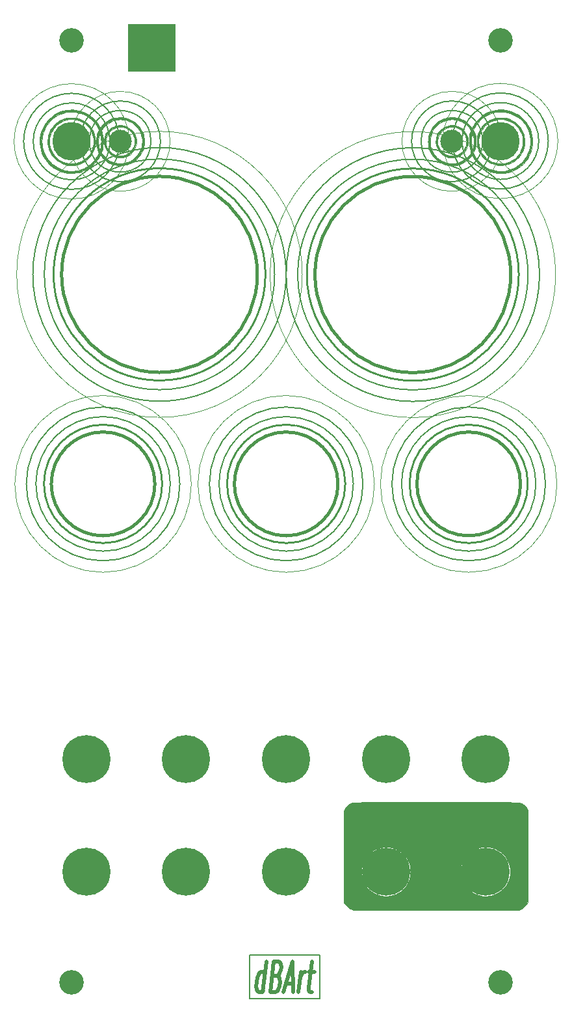
<source format=gtl>
%TF.GenerationSoftware,KiCad,Pcbnew,(6.0.11-0)*%
%TF.CreationDate,2025-04-13T15:34:33+02:00*%
%TF.ProjectId,rings,72696e67-732e-46b6-9963-61645f706362,rev?*%
%TF.SameCoordinates,Original*%
%TF.FileFunction,Copper,L1,Top*%
%TF.FilePolarity,Positive*%
%FSLAX46Y46*%
G04 Gerber Fmt 4.6, Leading zero omitted, Abs format (unit mm)*
G04 Created by KiCad (PCBNEW (6.0.11-0)) date 2025-04-13 15:34:33*
%MOMM*%
%LPD*%
G01*
G04 APERTURE LIST*
%TA.AperFunction,NonConductor*%
%ADD10C,0.200000*%
%TD*%
%ADD11C,0.500000*%
%TA.AperFunction,NonConductor*%
%ADD12C,0.500000*%
%TD*%
%TA.AperFunction,NonConductor*%
%ADD13C,0.100000*%
%TD*%
%TA.AperFunction,NonConductor*%
%ADD14C,0.150000*%
%TD*%
%TA.AperFunction,NonConductor*%
%ADD15C,0.250000*%
%TD*%
%TA.AperFunction,NonConductor*%
%ADD16C,0.400000*%
%TD*%
%TA.AperFunction,EtchedComponent*%
%ADD17C,0.010000*%
%TD*%
%TA.AperFunction,ComponentPad*%
%ADD18C,6.250000*%
%TD*%
%TA.AperFunction,ComponentPad*%
%ADD19C,3.000000*%
%TD*%
%TA.AperFunction,ComponentPad*%
%ADD20C,5.000000*%
%TD*%
%TA.AperFunction,ComponentPad*%
%ADD21C,3.200000*%
%TD*%
G04 APERTURE END LIST*
D10*
X-4675000Y-57725000D02*
X4400000Y-57725000D01*
X4400000Y-57725000D02*
X4400000Y-63400000D01*
X4400000Y-63400000D02*
X-4675000Y-63400000D01*
X-4675000Y-63400000D02*
X-4675000Y-57725000D01*
D11*
D12*
X-2997738Y-62534523D02*
X-2497738Y-58534523D01*
X-2973928Y-62344047D02*
X-3188214Y-62534523D01*
X-3569166Y-62534523D01*
X-3735833Y-62344047D01*
X-3807261Y-62153571D01*
X-3854880Y-61772619D01*
X-3712023Y-60629761D01*
X-3569166Y-60248809D01*
X-3450119Y-60058333D01*
X-3235833Y-59867857D01*
X-2854880Y-59867857D01*
X-2688214Y-60058333D01*
X-1116785Y-60439285D02*
X-854880Y-60629761D01*
X-783452Y-60820238D01*
X-735833Y-61201190D01*
X-807261Y-61772619D01*
X-950119Y-62153571D01*
X-1069166Y-62344047D01*
X-1283452Y-62534523D01*
X-2045357Y-62534523D01*
X-1545357Y-58534523D01*
X-878690Y-58534523D01*
X-712023Y-58725000D01*
X-640595Y-58915476D01*
X-592976Y-59296428D01*
X-640595Y-59677380D01*
X-783452Y-60058333D01*
X-902500Y-60248809D01*
X-1116785Y-60439285D01*
X-1783452Y-60439285D01*
X2261Y-61391666D02*
X954642Y-61391666D01*
X-331071Y-62534523D02*
X835595Y-58534523D01*
X1002261Y-62534523D01*
X1668928Y-62534523D02*
X2002261Y-59867857D01*
X1907023Y-60629761D02*
X2049880Y-60248809D01*
X2168928Y-60058333D01*
X2383214Y-59867857D01*
X2573690Y-59867857D01*
X2954642Y-59867857D02*
X3716547Y-59867857D01*
X3407023Y-58534523D02*
X2978452Y-61963095D01*
X3026071Y-62344047D01*
X3192738Y-62534523D01*
X3383214Y-62534523D01*
D10*
X-15050000Y3575000D02*
G75*
G03*
X-15050000Y3575000I-8750000J0D01*
G01*
D13*
X-12300000Y3575000D02*
G75*
G03*
X-12300000Y3575000I-11500000J0D01*
G01*
D14*
X-13800000Y3575000D02*
G75*
G03*
X-13800000Y3575000I-10000000J0D01*
G01*
D15*
X-16100000Y3575000D02*
G75*
G03*
X-16100000Y3575000I-7700000J0D01*
G01*
D16*
X-17050000Y3575000D02*
G75*
G03*
X-17050000Y3575000I-6750000J0D01*
G01*
D13*
X11550000Y3575000D02*
G75*
G03*
X11550000Y3575000I-11500000J0D01*
G01*
D14*
X10050000Y3575000D02*
G75*
G03*
X10050000Y3575000I-10000000J0D01*
G01*
D10*
X8800000Y3575000D02*
G75*
G03*
X8800000Y3575000I-8750000J0D01*
G01*
D15*
X7750000Y3575000D02*
G75*
G03*
X7750000Y3575000I-7700000J0D01*
G01*
D16*
X6800000Y3575000D02*
G75*
G03*
X6800000Y3575000I-6750000J0D01*
G01*
X30575000Y3575000D02*
G75*
G03*
X30575000Y3575000I-6750000J0D01*
G01*
D10*
X25634719Y48127039D02*
G75*
G03*
X25634719Y48127039I-4000000J0D01*
G01*
D13*
X28134719Y48127039D02*
G75*
G03*
X28134719Y48127039I-6500000J0D01*
G01*
D14*
X26884719Y48127039D02*
G75*
G03*
X26884719Y48127039I-5250000J0D01*
G01*
D10*
X-17573993Y48127039D02*
G75*
G03*
X-17573993Y48127039I-4000000J0D01*
G01*
D13*
X-15073993Y48127039D02*
G75*
G03*
X-15073993Y48127039I-6500000J0D01*
G01*
D14*
X-16323993Y48127039D02*
G75*
G03*
X-16323993Y48127039I-5250000J0D01*
G01*
X-21650002Y48127039D02*
G75*
G03*
X-21650002Y48127039I-6250000J0D01*
G01*
D10*
X-22900002Y48127039D02*
G75*
G03*
X-22900002Y48127039I-5000000J0D01*
G01*
D13*
X-20400002Y48127039D02*
G75*
G03*
X-20400002Y48127039I-7500000J0D01*
G01*
D14*
X34200000Y48175000D02*
G75*
G03*
X34200000Y48175000I-6250000J0D01*
G01*
D13*
X35450000Y48175000D02*
G75*
G03*
X35450000Y48175000I-7500000J0D01*
G01*
D10*
X32950000Y48175000D02*
G75*
G03*
X32950000Y48175000I-5000000J0D01*
G01*
X32575000Y3575000D02*
G75*
G03*
X32575000Y3575000I-8750000J0D01*
G01*
D15*
X31525000Y3575000D02*
G75*
G03*
X31525000Y3575000I-7700000J0D01*
G01*
D13*
X35325000Y3575000D02*
G75*
G03*
X35325000Y3575000I-11500000J0D01*
G01*
D14*
X33825000Y3575000D02*
G75*
G03*
X33825000Y3575000I-10000000J0D01*
G01*
D16*
X-3700000Y30825000D02*
G75*
G03*
X-3700000Y30825000I-12750000J0D01*
G01*
D15*
X-2650000Y30825000D02*
G75*
G03*
X-2650000Y30825000I-13800000J0D01*
G01*
D13*
X2150000Y30825000D02*
G75*
G03*
X2150000Y30825000I-18600000J0D01*
G01*
D14*
X50000Y30825000D02*
G75*
G03*
X50000Y30825000I-16500000J0D01*
G01*
D10*
X-1450000Y30825000D02*
G75*
G03*
X-1450000Y30825000I-15000000J0D01*
G01*
D13*
X35150000Y30800000D02*
G75*
G03*
X35150000Y30800000I-18600000J0D01*
G01*
D14*
X33050000Y30800000D02*
G75*
G03*
X33050000Y30800000I-16500000J0D01*
G01*
D10*
X31550000Y30800000D02*
G75*
G03*
X31550000Y30800000I-15000000J0D01*
G01*
D15*
X30350000Y30800000D02*
G75*
G03*
X30350000Y30800000I-13800000J0D01*
G01*
D16*
X29300000Y30800000D02*
G75*
G03*
X29300000Y30800000I-12750000J0D01*
G01*
%TO.C,G\u002A\u002A\u002A*%
G36*
X7539276Y-44286828D02*
G01*
X7538822Y-43688909D01*
X7538533Y-43131662D01*
X7538410Y-42614257D01*
X7538457Y-42135864D01*
X7538676Y-41695652D01*
X7539069Y-41292791D01*
X7539639Y-40926452D01*
X7540388Y-40595802D01*
X7541318Y-40300013D01*
X7542433Y-40038253D01*
X7543735Y-39809693D01*
X7545226Y-39613502D01*
X7546908Y-39448850D01*
X7548784Y-39314907D01*
X7550857Y-39210841D01*
X7553129Y-39135824D01*
X7555602Y-39089024D01*
X7557263Y-39073667D01*
X7613782Y-38858600D01*
X7706869Y-38647296D01*
X7831032Y-38448318D01*
X7980779Y-38270232D01*
X8150616Y-38121602D01*
X8182212Y-38099109D01*
X8317849Y-38018839D01*
X8477140Y-37945349D01*
X8641436Y-37886905D01*
X8694632Y-37872055D01*
X8706924Y-37869299D01*
X8722542Y-37866685D01*
X8742580Y-37864207D01*
X8768135Y-37861864D01*
X8800302Y-37859651D01*
X8840177Y-37857564D01*
X8888855Y-37855600D01*
X8947431Y-37853755D01*
X9017002Y-37852026D01*
X9098663Y-37850408D01*
X9193509Y-37848898D01*
X9302636Y-37847492D01*
X9427140Y-37846187D01*
X9568115Y-37844979D01*
X9726659Y-37843864D01*
X9903865Y-37842838D01*
X10100830Y-37841899D01*
X10318649Y-37841041D01*
X10558418Y-37840261D01*
X10821233Y-37839557D01*
X11108188Y-37838923D01*
X11420380Y-37838356D01*
X11758903Y-37837854D01*
X12124854Y-37837411D01*
X12519329Y-37837024D01*
X12943422Y-37836689D01*
X13398229Y-37836404D01*
X13884846Y-37836163D01*
X14404368Y-37835964D01*
X14957891Y-37835803D01*
X15546510Y-37835675D01*
X16171321Y-37835578D01*
X16833420Y-37835508D01*
X17533902Y-37835460D01*
X18273862Y-37835431D01*
X19054397Y-37835418D01*
X19547417Y-37835417D01*
X20352433Y-37835421D01*
X21116214Y-37835437D01*
X21839859Y-37835469D01*
X22524466Y-37835519D01*
X23171133Y-37835593D01*
X23780959Y-37835694D01*
X24355042Y-37835825D01*
X24894480Y-37835991D01*
X25400372Y-37836195D01*
X25873817Y-37836442D01*
X26315913Y-37836734D01*
X26727757Y-37837076D01*
X27110450Y-37837472D01*
X27465088Y-37837925D01*
X27792771Y-37838439D01*
X28094596Y-37839018D01*
X28371663Y-37839666D01*
X28625069Y-37840387D01*
X28855914Y-37841184D01*
X29065295Y-37842061D01*
X29254311Y-37843023D01*
X29424060Y-37844072D01*
X29575641Y-37845214D01*
X29710152Y-37846450D01*
X29828691Y-37847786D01*
X29932358Y-37849226D01*
X30022249Y-37850772D01*
X30099465Y-37852429D01*
X30165103Y-37854201D01*
X30220261Y-37856091D01*
X30266038Y-37858103D01*
X30303533Y-37860242D01*
X30333843Y-37862510D01*
X30358068Y-37864912D01*
X30377306Y-37867452D01*
X30392654Y-37870133D01*
X30405212Y-37872959D01*
X30405917Y-37873137D01*
X30496061Y-37901034D01*
X30603633Y-37941556D01*
X30708866Y-37987112D01*
X30734000Y-37999137D01*
X30824742Y-38047121D01*
X30903157Y-38098043D01*
X30981022Y-38160783D01*
X31070112Y-38244219D01*
X31105089Y-38278916D01*
X31238429Y-38424184D01*
X31341331Y-38565876D01*
X31422062Y-38717554D01*
X31488895Y-38892782D01*
X31499347Y-38925500D01*
X31548917Y-39084250D01*
X31548917Y-44841583D01*
X31548909Y-45426163D01*
X31548878Y-45969924D01*
X31548815Y-46474383D01*
X31548710Y-46941056D01*
X31548551Y-47371457D01*
X31548330Y-47767102D01*
X31548037Y-48129507D01*
X31547661Y-48460187D01*
X31547192Y-48760658D01*
X31546621Y-49032434D01*
X31545937Y-49277033D01*
X31545130Y-49495969D01*
X31544191Y-49690757D01*
X31543109Y-49862914D01*
X31541874Y-50013954D01*
X31540477Y-50145393D01*
X31538907Y-50258747D01*
X31537154Y-50355532D01*
X31535209Y-50437262D01*
X31533061Y-50505453D01*
X31530701Y-50561620D01*
X31528117Y-50607280D01*
X31525301Y-50643948D01*
X31522242Y-50673139D01*
X31518931Y-50696368D01*
X31515357Y-50715152D01*
X31511510Y-50731005D01*
X31509996Y-50736500D01*
X31420938Y-50977676D01*
X31297717Y-51194361D01*
X31141542Y-51385322D01*
X30953621Y-51549326D01*
X30735164Y-51685140D01*
X30487380Y-51791533D01*
X30469417Y-51797695D01*
X30321250Y-51847750D01*
X19610917Y-51849942D01*
X18939114Y-51850062D01*
X18277750Y-51850146D01*
X17628093Y-51850195D01*
X16991415Y-51850209D01*
X16368984Y-51850189D01*
X15762070Y-51850136D01*
X15171943Y-51850051D01*
X14599873Y-51849934D01*
X14047130Y-51849787D01*
X13514983Y-51849610D01*
X13004702Y-51849403D01*
X12517557Y-51849168D01*
X12054818Y-51848906D01*
X11617754Y-51848617D01*
X11207635Y-51848302D01*
X10825731Y-51847962D01*
X10473312Y-51847597D01*
X10151647Y-51847209D01*
X9862007Y-51846798D01*
X9605660Y-51846365D01*
X9383877Y-51845911D01*
X9197928Y-51845436D01*
X9049081Y-51844941D01*
X8938608Y-51844428D01*
X8867778Y-51843896D01*
X8837860Y-51843347D01*
X8837084Y-51843281D01*
X8632869Y-51797127D01*
X8418529Y-51715223D01*
X8331276Y-51672820D01*
X8126816Y-51543859D01*
X7946781Y-51381597D01*
X7793574Y-51188892D01*
X7669601Y-50968597D01*
X7605348Y-50810583D01*
X7545917Y-50641250D01*
X7541843Y-46775598D01*
X9832695Y-46775598D01*
X9844988Y-47122905D01*
X9894716Y-47467444D01*
X9981643Y-47805956D01*
X10105531Y-48135182D01*
X10266143Y-48451861D01*
X10463241Y-48752735D01*
X10620790Y-48949883D01*
X10869468Y-49205854D01*
X11146611Y-49433158D01*
X11447511Y-49628961D01*
X11767462Y-49790426D01*
X12101755Y-49914717D01*
X12319000Y-49972976D01*
X12426196Y-49996067D01*
X12536810Y-50017616D01*
X12631858Y-50033991D01*
X12657667Y-50037791D01*
X12759405Y-50046561D01*
X12891679Y-50050427D01*
X13043021Y-50049748D01*
X13201963Y-50044885D01*
X13357037Y-50036197D01*
X13496773Y-50024045D01*
X13609705Y-50008787D01*
X13615645Y-50007732D01*
X13963232Y-49923788D01*
X14297145Y-49801425D01*
X14614490Y-49643163D01*
X14912371Y-49451524D01*
X15187892Y-49229027D01*
X15438158Y-48978192D01*
X15660274Y-48701539D01*
X15851344Y-48401589D01*
X16008473Y-48080862D01*
X16095361Y-47849452D01*
X16149322Y-47674649D01*
X16189184Y-47514826D01*
X16216751Y-47357886D01*
X16233823Y-47191730D01*
X16242202Y-47004259D01*
X16243863Y-46852417D01*
X16242320Y-46793339D01*
X22842136Y-46793339D01*
X22844589Y-47012070D01*
X22858353Y-47217175D01*
X22877370Y-47360417D01*
X22959477Y-47719565D01*
X23078730Y-48061437D01*
X23232872Y-48383868D01*
X23419650Y-48684693D01*
X23636809Y-48961749D01*
X23882094Y-49212870D01*
X24153249Y-49435892D01*
X24448021Y-49628651D01*
X24764155Y-49788982D01*
X25099395Y-49914721D01*
X25451487Y-50003704D01*
X25666886Y-50038171D01*
X25795856Y-50048441D01*
X25953721Y-50051768D01*
X26127711Y-50048693D01*
X26305057Y-50039760D01*
X26472988Y-50025512D01*
X26618732Y-50006490D01*
X26680584Y-49995089D01*
X27039438Y-49898680D01*
X27379380Y-49765531D01*
X27698290Y-49597741D01*
X27994044Y-49397407D01*
X28264521Y-49166625D01*
X28507601Y-48907492D01*
X28721160Y-48622105D01*
X28903078Y-48312562D01*
X29051234Y-47980959D01*
X29163504Y-47629393D01*
X29191435Y-47513336D01*
X29212917Y-47388195D01*
X29229961Y-47232781D01*
X29242123Y-47058968D01*
X29248956Y-46878627D01*
X29250014Y-46703630D01*
X29244854Y-46545851D01*
X29233028Y-46417162D01*
X29232663Y-46414560D01*
X29161865Y-46058119D01*
X29054390Y-45718755D01*
X28912717Y-45398285D01*
X28739329Y-45098527D01*
X28536708Y-44821298D01*
X28307334Y-44568414D01*
X28053688Y-44341694D01*
X27778253Y-44142955D01*
X27483509Y-43974013D01*
X27171938Y-43836686D01*
X26846022Y-43732791D01*
X26508241Y-43664145D01*
X26161077Y-43632566D01*
X25807011Y-43639871D01*
X25497239Y-43678928D01*
X25142750Y-43762146D01*
X24804682Y-43883059D01*
X24485316Y-44039458D01*
X24186934Y-44229136D01*
X23911818Y-44449884D01*
X23662250Y-44699494D01*
X23440512Y-44975759D01*
X23248885Y-45276470D01*
X23089652Y-45599419D01*
X22965094Y-45942399D01*
X22899996Y-46192137D01*
X22870104Y-46369697D01*
X22850730Y-46574656D01*
X22842136Y-46793339D01*
X16242320Y-46793339D01*
X16236520Y-46571277D01*
X16212219Y-46318704D01*
X16168398Y-46083456D01*
X16102496Y-45854288D01*
X16011952Y-45619958D01*
X15915994Y-45412966D01*
X15741542Y-45105324D01*
X15534704Y-44821470D01*
X15298781Y-44563272D01*
X15037076Y-44332600D01*
X14752893Y-44131322D01*
X14449535Y-43961307D01*
X14130304Y-43824424D01*
X13798503Y-43722543D01*
X13457435Y-43657531D01*
X13110404Y-43631258D01*
X12787890Y-43642982D01*
X12413998Y-43697455D01*
X12056235Y-43790467D01*
X11716438Y-43920916D01*
X11396444Y-44087700D01*
X11098089Y-44289715D01*
X10823211Y-44525860D01*
X10573645Y-44795032D01*
X10351230Y-45096128D01*
X10341092Y-45111637D01*
X10162640Y-45423887D01*
X10022812Y-45749668D01*
X9921370Y-46085720D01*
X9858077Y-46428783D01*
X9832695Y-46775598D01*
X7541843Y-46775598D01*
X7539893Y-44926250D01*
X7539276Y-44286828D01*
G37*
D17*
X7539276Y-44286828D02*
X7538822Y-43688909D01*
X7538533Y-43131662D01*
X7538410Y-42614257D01*
X7538457Y-42135864D01*
X7538676Y-41695652D01*
X7539069Y-41292791D01*
X7539639Y-40926452D01*
X7540388Y-40595802D01*
X7541318Y-40300013D01*
X7542433Y-40038253D01*
X7543735Y-39809693D01*
X7545226Y-39613502D01*
X7546908Y-39448850D01*
X7548784Y-39314907D01*
X7550857Y-39210841D01*
X7553129Y-39135824D01*
X7555602Y-39089024D01*
X7557263Y-39073667D01*
X7613782Y-38858600D01*
X7706869Y-38647296D01*
X7831032Y-38448318D01*
X7980779Y-38270232D01*
X8150616Y-38121602D01*
X8182212Y-38099109D01*
X8317849Y-38018839D01*
X8477140Y-37945349D01*
X8641436Y-37886905D01*
X8694632Y-37872055D01*
X8706924Y-37869299D01*
X8722542Y-37866685D01*
X8742580Y-37864207D01*
X8768135Y-37861864D01*
X8800302Y-37859651D01*
X8840177Y-37857564D01*
X8888855Y-37855600D01*
X8947431Y-37853755D01*
X9017002Y-37852026D01*
X9098663Y-37850408D01*
X9193509Y-37848898D01*
X9302636Y-37847492D01*
X9427140Y-37846187D01*
X9568115Y-37844979D01*
X9726659Y-37843864D01*
X9903865Y-37842838D01*
X10100830Y-37841899D01*
X10318649Y-37841041D01*
X10558418Y-37840261D01*
X10821233Y-37839557D01*
X11108188Y-37838923D01*
X11420380Y-37838356D01*
X11758903Y-37837854D01*
X12124854Y-37837411D01*
X12519329Y-37837024D01*
X12943422Y-37836689D01*
X13398229Y-37836404D01*
X13884846Y-37836163D01*
X14404368Y-37835964D01*
X14957891Y-37835803D01*
X15546510Y-37835675D01*
X16171321Y-37835578D01*
X16833420Y-37835508D01*
X17533902Y-37835460D01*
X18273862Y-37835431D01*
X19054397Y-37835418D01*
X19547417Y-37835417D01*
X20352433Y-37835421D01*
X21116214Y-37835437D01*
X21839859Y-37835469D01*
X22524466Y-37835519D01*
X23171133Y-37835593D01*
X23780959Y-37835694D01*
X24355042Y-37835825D01*
X24894480Y-37835991D01*
X25400372Y-37836195D01*
X25873817Y-37836442D01*
X26315913Y-37836734D01*
X26727757Y-37837076D01*
X27110450Y-37837472D01*
X27465088Y-37837925D01*
X27792771Y-37838439D01*
X28094596Y-37839018D01*
X28371663Y-37839666D01*
X28625069Y-37840387D01*
X28855914Y-37841184D01*
X29065295Y-37842061D01*
X29254311Y-37843023D01*
X29424060Y-37844072D01*
X29575641Y-37845214D01*
X29710152Y-37846450D01*
X29828691Y-37847786D01*
X29932358Y-37849226D01*
X30022249Y-37850772D01*
X30099465Y-37852429D01*
X30165103Y-37854201D01*
X30220261Y-37856091D01*
X30266038Y-37858103D01*
X30303533Y-37860242D01*
X30333843Y-37862510D01*
X30358068Y-37864912D01*
X30377306Y-37867452D01*
X30392654Y-37870133D01*
X30405212Y-37872959D01*
X30405917Y-37873137D01*
X30496061Y-37901034D01*
X30603633Y-37941556D01*
X30708866Y-37987112D01*
X30734000Y-37999137D01*
X30824742Y-38047121D01*
X30903157Y-38098043D01*
X30981022Y-38160783D01*
X31070112Y-38244219D01*
X31105089Y-38278916D01*
X31238429Y-38424184D01*
X31341331Y-38565876D01*
X31422062Y-38717554D01*
X31488895Y-38892782D01*
X31499347Y-38925500D01*
X31548917Y-39084250D01*
X31548917Y-44841583D01*
X31548909Y-45426163D01*
X31548878Y-45969924D01*
X31548815Y-46474383D01*
X31548710Y-46941056D01*
X31548551Y-47371457D01*
X31548330Y-47767102D01*
X31548037Y-48129507D01*
X31547661Y-48460187D01*
X31547192Y-48760658D01*
X31546621Y-49032434D01*
X31545937Y-49277033D01*
X31545130Y-49495969D01*
X31544191Y-49690757D01*
X31543109Y-49862914D01*
X31541874Y-50013954D01*
X31540477Y-50145393D01*
X31538907Y-50258747D01*
X31537154Y-50355532D01*
X31535209Y-50437262D01*
X31533061Y-50505453D01*
X31530701Y-50561620D01*
X31528117Y-50607280D01*
X31525301Y-50643948D01*
X31522242Y-50673139D01*
X31518931Y-50696368D01*
X31515357Y-50715152D01*
X31511510Y-50731005D01*
X31509996Y-50736500D01*
X31420938Y-50977676D01*
X31297717Y-51194361D01*
X31141542Y-51385322D01*
X30953621Y-51549326D01*
X30735164Y-51685140D01*
X30487380Y-51791533D01*
X30469417Y-51797695D01*
X30321250Y-51847750D01*
X19610917Y-51849942D01*
X18939114Y-51850062D01*
X18277750Y-51850146D01*
X17628093Y-51850195D01*
X16991415Y-51850209D01*
X16368984Y-51850189D01*
X15762070Y-51850136D01*
X15171943Y-51850051D01*
X14599873Y-51849934D01*
X14047130Y-51849787D01*
X13514983Y-51849610D01*
X13004702Y-51849403D01*
X12517557Y-51849168D01*
X12054818Y-51848906D01*
X11617754Y-51848617D01*
X11207635Y-51848302D01*
X10825731Y-51847962D01*
X10473312Y-51847597D01*
X10151647Y-51847209D01*
X9862007Y-51846798D01*
X9605660Y-51846365D01*
X9383877Y-51845911D01*
X9197928Y-51845436D01*
X9049081Y-51844941D01*
X8938608Y-51844428D01*
X8867778Y-51843896D01*
X8837860Y-51843347D01*
X8837084Y-51843281D01*
X8632869Y-51797127D01*
X8418529Y-51715223D01*
X8331276Y-51672820D01*
X8126816Y-51543859D01*
X7946781Y-51381597D01*
X7793574Y-51188892D01*
X7669601Y-50968597D01*
X7605348Y-50810583D01*
X7545917Y-50641250D01*
X7541843Y-46775598D01*
X9832695Y-46775598D01*
X9844988Y-47122905D01*
X9894716Y-47467444D01*
X9981643Y-47805956D01*
X10105531Y-48135182D01*
X10266143Y-48451861D01*
X10463241Y-48752735D01*
X10620790Y-48949883D01*
X10869468Y-49205854D01*
X11146611Y-49433158D01*
X11447511Y-49628961D01*
X11767462Y-49790426D01*
X12101755Y-49914717D01*
X12319000Y-49972976D01*
X12426196Y-49996067D01*
X12536810Y-50017616D01*
X12631858Y-50033991D01*
X12657667Y-50037791D01*
X12759405Y-50046561D01*
X12891679Y-50050427D01*
X13043021Y-50049748D01*
X13201963Y-50044885D01*
X13357037Y-50036197D01*
X13496773Y-50024045D01*
X13609705Y-50008787D01*
X13615645Y-50007732D01*
X13963232Y-49923788D01*
X14297145Y-49801425D01*
X14614490Y-49643163D01*
X14912371Y-49451524D01*
X15187892Y-49229027D01*
X15438158Y-48978192D01*
X15660274Y-48701539D01*
X15851344Y-48401589D01*
X16008473Y-48080862D01*
X16095361Y-47849452D01*
X16149322Y-47674649D01*
X16189184Y-47514826D01*
X16216751Y-47357886D01*
X16233823Y-47191730D01*
X16242202Y-47004259D01*
X16243863Y-46852417D01*
X16242320Y-46793339D01*
X22842136Y-46793339D01*
X22844589Y-47012070D01*
X22858353Y-47217175D01*
X22877370Y-47360417D01*
X22959477Y-47719565D01*
X23078730Y-48061437D01*
X23232872Y-48383868D01*
X23419650Y-48684693D01*
X23636809Y-48961749D01*
X23882094Y-49212870D01*
X24153249Y-49435892D01*
X24448021Y-49628651D01*
X24764155Y-49788982D01*
X25099395Y-49914721D01*
X25451487Y-50003704D01*
X25666886Y-50038171D01*
X25795856Y-50048441D01*
X25953721Y-50051768D01*
X26127711Y-50048693D01*
X26305057Y-50039760D01*
X26472988Y-50025512D01*
X26618732Y-50006490D01*
X26680584Y-49995089D01*
X27039438Y-49898680D01*
X27379380Y-49765531D01*
X27698290Y-49597741D01*
X27994044Y-49397407D01*
X28264521Y-49166625D01*
X28507601Y-48907492D01*
X28721160Y-48622105D01*
X28903078Y-48312562D01*
X29051234Y-47980959D01*
X29163504Y-47629393D01*
X29191435Y-47513336D01*
X29212917Y-47388195D01*
X29229961Y-47232781D01*
X29242123Y-47058968D01*
X29248956Y-46878627D01*
X29250014Y-46703630D01*
X29244854Y-46545851D01*
X29233028Y-46417162D01*
X29232663Y-46414560D01*
X29161865Y-46058119D01*
X29054390Y-45718755D01*
X28912717Y-45398285D01*
X28739329Y-45098527D01*
X28536708Y-44821298D01*
X28307334Y-44568414D01*
X28053688Y-44341694D01*
X27778253Y-44142955D01*
X27483509Y-43974013D01*
X27171938Y-43836686D01*
X26846022Y-43732791D01*
X26508241Y-43664145D01*
X26161077Y-43632566D01*
X25807011Y-43639871D01*
X25497239Y-43678928D01*
X25142750Y-43762146D01*
X24804682Y-43883059D01*
X24485316Y-44039458D01*
X24186934Y-44229136D01*
X23911818Y-44449884D01*
X23662250Y-44699494D01*
X23440512Y-44975759D01*
X23248885Y-45276470D01*
X23089652Y-45599419D01*
X22965094Y-45942399D01*
X22899996Y-46192137D01*
X22870104Y-46369697D01*
X22850730Y-46574656D01*
X22842136Y-46793339D01*
X16242320Y-46793339D01*
X16236520Y-46571277D01*
X16212219Y-46318704D01*
X16168398Y-46083456D01*
X16102496Y-45854288D01*
X16011952Y-45619958D01*
X15915994Y-45412966D01*
X15741542Y-45105324D01*
X15534704Y-44821470D01*
X15298781Y-44563272D01*
X15037076Y-44332600D01*
X14752893Y-44131322D01*
X14449535Y-43961307D01*
X14130304Y-43824424D01*
X13798503Y-43722543D01*
X13457435Y-43657531D01*
X13110404Y-43631258D01*
X12787890Y-43642982D01*
X12413998Y-43697455D01*
X12056235Y-43790467D01*
X11716438Y-43920916D01*
X11396444Y-44087700D01*
X11098089Y-44289715D01*
X10823211Y-44525860D01*
X10573645Y-44795032D01*
X10351230Y-45096128D01*
X10341092Y-45111637D01*
X10162640Y-45423887D01*
X10022812Y-45749668D01*
X9921370Y-46085720D01*
X9858077Y-46428783D01*
X9832695Y-46775598D01*
X7541843Y-46775598D01*
X7539893Y-44926250D01*
X7539276Y-44286828D01*
G36*
X-32026426Y48519221D02*
G01*
X-31968038Y48921364D01*
X-31873168Y49308076D01*
X-31743817Y49677836D01*
X-31581984Y50029120D01*
X-31389668Y50360406D01*
X-31168869Y50670173D01*
X-30921587Y50956897D01*
X-30649821Y51219057D01*
X-30355572Y51455131D01*
X-30040838Y51663596D01*
X-29707620Y51842929D01*
X-29357917Y51991610D01*
X-28993729Y52108114D01*
X-28617054Y52190921D01*
X-28229894Y52238508D01*
X-27834248Y52249352D01*
X-27432115Y52221932D01*
X-27025495Y52154725D01*
X-26797000Y52099259D01*
X-26417937Y51974853D01*
X-26052495Y51811894D01*
X-25703722Y51612824D01*
X-25374665Y51380081D01*
X-25068370Y51116104D01*
X-24787886Y50823334D01*
X-24536259Y50504209D01*
X-24316536Y50161170D01*
X-24268612Y50075042D01*
X-24225888Y49997000D01*
X-24191031Y49935196D01*
X-24168580Y49897568D01*
X-24162763Y49889833D01*
X-24148304Y49905471D01*
X-24114208Y49947453D01*
X-24066407Y50008388D01*
X-24036470Y50047241D01*
X-23810337Y50308083D01*
X-23553079Y50542340D01*
X-23268112Y50747895D01*
X-22958857Y50922635D01*
X-22628729Y51064445D01*
X-22281149Y51171209D01*
X-22182666Y51194208D01*
X-22068448Y51212368D01*
X-21922565Y51225470D01*
X-21755388Y51233501D01*
X-21577284Y51236451D01*
X-21398621Y51234307D01*
X-21229768Y51227060D01*
X-21081092Y51214696D01*
X-20962962Y51197206D01*
X-20955000Y51195555D01*
X-20593193Y51097822D01*
X-20251770Y50963525D01*
X-19931960Y50793320D01*
X-19634988Y50587867D01*
X-19362081Y50347822D01*
X-19347416Y50333251D01*
X-19106953Y50063912D01*
X-18900759Y49771896D01*
X-18730831Y49460413D01*
X-18599163Y49132672D01*
X-18597469Y49127586D01*
X-18545414Y48962592D01*
X-18506748Y48817193D01*
X-18479221Y48678301D01*
X-18460580Y48532829D01*
X-18448574Y48367687D01*
X-18442739Y48228250D01*
X-18440606Y47976087D01*
X-18453122Y47750991D01*
X-18481764Y47539795D01*
X-18528012Y47329334D01*
X-18554550Y47232774D01*
X-18672335Y46900915D01*
X-18826809Y46586556D01*
X-19015096Y46292424D01*
X-19234324Y46021241D01*
X-19481617Y45775733D01*
X-19754102Y45558625D01*
X-20048904Y45372640D01*
X-20363149Y45220504D01*
X-20693963Y45104941D01*
X-20838583Y45067636D01*
X-21193035Y45006484D01*
X-21549586Y44985353D01*
X-21904209Y45003561D01*
X-22252877Y45060424D01*
X-22591565Y45155259D01*
X-22916245Y45287384D01*
X-23222891Y45456116D01*
X-23256645Y45477725D01*
X-23448316Y45613573D01*
X-23636882Y45768248D01*
X-23813937Y45933733D01*
X-23971075Y46102011D01*
X-24099888Y46265068D01*
X-24132475Y46312874D01*
X-24166701Y46365263D01*
X-24254078Y46191478D01*
X-24437261Y45871932D01*
X-24657532Y45565198D01*
X-24910539Y45275431D01*
X-25191930Y45006789D01*
X-25497356Y44763427D01*
X-25822462Y44549503D01*
X-26160963Y44370079D01*
X-26519415Y44224328D01*
X-26898190Y44111918D01*
X-27290107Y44034012D01*
X-27687983Y43991770D01*
X-28084637Y43986354D01*
X-28393590Y44009012D01*
X-28791203Y44075619D01*
X-29184723Y44184167D01*
X-29573239Y44334385D01*
X-29728583Y44406835D01*
X-30099767Y44611244D01*
X-30442655Y44846812D01*
X-30756389Y45112692D01*
X-31040112Y45408037D01*
X-31292965Y45732001D01*
X-31514090Y46083738D01*
X-31608117Y46261007D01*
X-31777644Y46645560D01*
X-31906079Y47039833D01*
X-31993231Y47443028D01*
X-32038911Y47854343D01*
X-32043002Y47991510D01*
X-31767272Y47991510D01*
X-31758044Y47770843D01*
X-31735686Y47562387D01*
X-31698698Y47351697D01*
X-31651842Y47148939D01*
X-31536815Y46777910D01*
X-31384130Y46422815D01*
X-31196238Y46086053D01*
X-30975593Y45770022D01*
X-30724646Y45477120D01*
X-30445849Y45209745D01*
X-30141656Y44970296D01*
X-29814518Y44761171D01*
X-29466888Y44584767D01*
X-29101219Y44443484D01*
X-28797250Y44357333D01*
X-28537006Y44307618D01*
X-28253003Y44275249D01*
X-27960240Y44260930D01*
X-27673715Y44265363D01*
X-27408427Y44289252D01*
X-27392420Y44291474D01*
X-27015612Y44362416D01*
X-26658820Y44466340D01*
X-26312183Y44606238D01*
X-26236083Y44642249D01*
X-25886315Y44835392D01*
X-25558932Y45063310D01*
X-25256608Y45323312D01*
X-24982016Y45612709D01*
X-24737828Y45928810D01*
X-24526720Y46268927D01*
X-24426989Y46462518D01*
X-24340331Y46643118D01*
X-24413001Y46802582D01*
X-24524776Y47077717D01*
X-24605796Y47349047D01*
X-24658353Y47627531D01*
X-24684740Y47924130D01*
X-24688815Y48115594D01*
X-24426208Y48115594D01*
X-24420488Y47968876D01*
X-24404679Y47806998D01*
X-24380558Y47639330D01*
X-24349904Y47475240D01*
X-24314496Y47324097D01*
X-24276110Y47195268D01*
X-24236526Y47098124D01*
X-24231154Y47087885D01*
X-24215447Y47064168D01*
X-24203214Y47067648D01*
X-24188758Y47103730D01*
X-24178174Y47138167D01*
X-24162607Y47199306D01*
X-24143231Y47288620D01*
X-24122893Y47392477D01*
X-24109656Y47466250D01*
X-24069131Y47787565D01*
X-24055116Y48117340D01*
X-24067125Y48445552D01*
X-24104676Y48762181D01*
X-24167285Y49057207D01*
X-24190399Y49138417D01*
X-24209646Y49201917D01*
X-24246436Y49117250D01*
X-24298025Y48974229D01*
X-24343687Y48800874D01*
X-24381301Y48609018D01*
X-24408742Y48410488D01*
X-24423888Y48217114D01*
X-24426208Y48115594D01*
X-24688815Y48115594D01*
X-24688961Y48122417D01*
X-24677403Y48432791D01*
X-24642010Y48716801D01*
X-24580716Y48984392D01*
X-24491453Y49245510D01*
X-24421960Y49406778D01*
X-24344477Y49574175D01*
X-24028938Y49574175D01*
X-23953096Y49303379D01*
X-23897213Y49092098D01*
X-23855525Y48904173D01*
X-23825308Y48724155D01*
X-23803839Y48536593D01*
X-23792542Y48392292D01*
X-23785304Y47988975D01*
X-23816470Y47585759D01*
X-23885119Y47190762D01*
X-23961497Y46902025D01*
X-23987988Y46813271D01*
X-24008937Y46738601D01*
X-24021629Y46687949D01*
X-24024166Y46672651D01*
X-24010992Y46637198D01*
X-23974863Y46576885D01*
X-23920872Y46498558D01*
X-23854114Y46409066D01*
X-23779681Y46315257D01*
X-23702667Y46223978D01*
X-23634535Y46148782D01*
X-23381914Y45911973D01*
X-23104906Y45709511D01*
X-22804733Y45542038D01*
X-22482618Y45410191D01*
X-22139782Y45314610D01*
X-21981583Y45284023D01*
X-21855304Y45269765D01*
X-21700057Y45262948D01*
X-21528477Y45263183D01*
X-21353197Y45270078D01*
X-21186852Y45283243D01*
X-21042077Y45302285D01*
X-20976166Y45315135D01*
X-20634770Y45413690D01*
X-20313271Y45548523D01*
X-20013843Y45717760D01*
X-19738661Y45919528D01*
X-19489902Y46151951D01*
X-19269739Y46413155D01*
X-19080349Y46701265D01*
X-18923905Y47014408D01*
X-18880589Y47121071D01*
X-18790446Y47410132D01*
X-18732881Y47718125D01*
X-18708118Y48036677D01*
X-18716382Y48357416D01*
X-18757898Y48671970D01*
X-18830991Y48965941D01*
X-18953206Y49285786D01*
X-19112402Y49587596D01*
X-19305961Y49868306D01*
X-19531265Y50124851D01*
X-19785697Y50354167D01*
X-20066639Y50553187D01*
X-20297154Y50682738D01*
X-20598075Y50811078D01*
X-20915544Y50902993D01*
X-21243893Y50958090D01*
X-21577450Y50975976D01*
X-21910546Y50956261D01*
X-22237510Y50898551D01*
X-22467151Y50832848D01*
X-22784089Y50704481D01*
X-23083515Y50539175D01*
X-23361507Y50339939D01*
X-23614143Y50109787D01*
X-23837501Y49851730D01*
X-23949116Y49694962D01*
X-24028938Y49574175D01*
X-24344477Y49574175D01*
X-24336933Y49590473D01*
X-24445772Y49812229D01*
X-24638644Y50157912D01*
X-24865915Y50481426D01*
X-25124592Y50780149D01*
X-25411681Y51051459D01*
X-25724188Y51292733D01*
X-26059119Y51501350D01*
X-26413479Y51674687D01*
X-26693933Y51781210D01*
X-27078716Y51887979D01*
X-27468398Y51953648D01*
X-27860073Y51978723D01*
X-28250836Y51963713D01*
X-28637780Y51909123D01*
X-29017999Y51815462D01*
X-29388588Y51683236D01*
X-29746639Y51512953D01*
X-30089249Y51305120D01*
X-30300083Y51151848D01*
X-30543220Y50941700D01*
X-30777917Y50698544D01*
X-30996783Y50431694D01*
X-31192426Y50150461D01*
X-31357456Y49864158D01*
X-31414267Y49748088D01*
X-31546930Y49429463D01*
X-31646034Y49115470D01*
X-31714102Y48795258D01*
X-31753654Y48457973D01*
X-31764866Y48238833D01*
X-31767272Y47991510D01*
X-32043002Y47991510D01*
X-32046333Y48103169D01*
X-32026426Y48519221D01*
G37*
X-32026426Y48519221D02*
X-31968038Y48921364D01*
X-31873168Y49308076D01*
X-31743817Y49677836D01*
X-31581984Y50029120D01*
X-31389668Y50360406D01*
X-31168869Y50670173D01*
X-30921587Y50956897D01*
X-30649821Y51219057D01*
X-30355572Y51455131D01*
X-30040838Y51663596D01*
X-29707620Y51842929D01*
X-29357917Y51991610D01*
X-28993729Y52108114D01*
X-28617054Y52190921D01*
X-28229894Y52238508D01*
X-27834248Y52249352D01*
X-27432115Y52221932D01*
X-27025495Y52154725D01*
X-26797000Y52099259D01*
X-26417937Y51974853D01*
X-26052495Y51811894D01*
X-25703722Y51612824D01*
X-25374665Y51380081D01*
X-25068370Y51116104D01*
X-24787886Y50823334D01*
X-24536259Y50504209D01*
X-24316536Y50161170D01*
X-24268612Y50075042D01*
X-24225888Y49997000D01*
X-24191031Y49935196D01*
X-24168580Y49897568D01*
X-24162763Y49889833D01*
X-24148304Y49905471D01*
X-24114208Y49947453D01*
X-24066407Y50008388D01*
X-24036470Y50047241D01*
X-23810337Y50308083D01*
X-23553079Y50542340D01*
X-23268112Y50747895D01*
X-22958857Y50922635D01*
X-22628729Y51064445D01*
X-22281149Y51171209D01*
X-22182666Y51194208D01*
X-22068448Y51212368D01*
X-21922565Y51225470D01*
X-21755388Y51233501D01*
X-21577284Y51236451D01*
X-21398621Y51234307D01*
X-21229768Y51227060D01*
X-21081092Y51214696D01*
X-20962962Y51197206D01*
X-20955000Y51195555D01*
X-20593193Y51097822D01*
X-20251770Y50963525D01*
X-19931960Y50793320D01*
X-19634988Y50587867D01*
X-19362081Y50347822D01*
X-19347416Y50333251D01*
X-19106953Y50063912D01*
X-18900759Y49771896D01*
X-18730831Y49460413D01*
X-18599163Y49132672D01*
X-18597469Y49127586D01*
X-18545414Y48962592D01*
X-18506748Y48817193D01*
X-18479221Y48678301D01*
X-18460580Y48532829D01*
X-18448574Y48367687D01*
X-18442739Y48228250D01*
X-18440606Y47976087D01*
X-18453122Y47750991D01*
X-18481764Y47539795D01*
X-18528012Y47329334D01*
X-18554550Y47232774D01*
X-18672335Y46900915D01*
X-18826809Y46586556D01*
X-19015096Y46292424D01*
X-19234324Y46021241D01*
X-19481617Y45775733D01*
X-19754102Y45558625D01*
X-20048904Y45372640D01*
X-20363149Y45220504D01*
X-20693963Y45104941D01*
X-20838583Y45067636D01*
X-21193035Y45006484D01*
X-21549586Y44985353D01*
X-21904209Y45003561D01*
X-22252877Y45060424D01*
X-22591565Y45155259D01*
X-22916245Y45287384D01*
X-23222891Y45456116D01*
X-23256645Y45477725D01*
X-23448316Y45613573D01*
X-23636882Y45768248D01*
X-23813937Y45933733D01*
X-23971075Y46102011D01*
X-24099888Y46265068D01*
X-24132475Y46312874D01*
X-24166701Y46365263D01*
X-24254078Y46191478D01*
X-24437261Y45871932D01*
X-24657532Y45565198D01*
X-24910539Y45275431D01*
X-25191930Y45006789D01*
X-25497356Y44763427D01*
X-25822462Y44549503D01*
X-26160963Y44370079D01*
X-26519415Y44224328D01*
X-26898190Y44111918D01*
X-27290107Y44034012D01*
X-27687983Y43991770D01*
X-28084637Y43986354D01*
X-28393590Y44009012D01*
X-28791203Y44075619D01*
X-29184723Y44184167D01*
X-29573239Y44334385D01*
X-29728583Y44406835D01*
X-30099767Y44611244D01*
X-30442655Y44846812D01*
X-30756389Y45112692D01*
X-31040112Y45408037D01*
X-31292965Y45732001D01*
X-31514090Y46083738D01*
X-31608117Y46261007D01*
X-31777644Y46645560D01*
X-31906079Y47039833D01*
X-31993231Y47443028D01*
X-32038911Y47854343D01*
X-32043002Y47991510D01*
X-31767272Y47991510D01*
X-31758044Y47770843D01*
X-31735686Y47562387D01*
X-31698698Y47351697D01*
X-31651842Y47148939D01*
X-31536815Y46777910D01*
X-31384130Y46422815D01*
X-31196238Y46086053D01*
X-30975593Y45770022D01*
X-30724646Y45477120D01*
X-30445849Y45209745D01*
X-30141656Y44970296D01*
X-29814518Y44761171D01*
X-29466888Y44584767D01*
X-29101219Y44443484D01*
X-28797250Y44357333D01*
X-28537006Y44307618D01*
X-28253003Y44275249D01*
X-27960240Y44260930D01*
X-27673715Y44265363D01*
X-27408427Y44289252D01*
X-27392420Y44291474D01*
X-27015612Y44362416D01*
X-26658820Y44466340D01*
X-26312183Y44606238D01*
X-26236083Y44642249D01*
X-25886315Y44835392D01*
X-25558932Y45063310D01*
X-25256608Y45323312D01*
X-24982016Y45612709D01*
X-24737828Y45928810D01*
X-24526720Y46268927D01*
X-24426989Y46462518D01*
X-24340331Y46643118D01*
X-24413001Y46802582D01*
X-24524776Y47077717D01*
X-24605796Y47349047D01*
X-24658353Y47627531D01*
X-24684740Y47924130D01*
X-24688815Y48115594D01*
X-24426208Y48115594D01*
X-24420488Y47968876D01*
X-24404679Y47806998D01*
X-24380558Y47639330D01*
X-24349904Y47475240D01*
X-24314496Y47324097D01*
X-24276110Y47195268D01*
X-24236526Y47098124D01*
X-24231154Y47087885D01*
X-24215447Y47064168D01*
X-24203214Y47067648D01*
X-24188758Y47103730D01*
X-24178174Y47138167D01*
X-24162607Y47199306D01*
X-24143231Y47288620D01*
X-24122893Y47392477D01*
X-24109656Y47466250D01*
X-24069131Y47787565D01*
X-24055116Y48117340D01*
X-24067125Y48445552D01*
X-24104676Y48762181D01*
X-24167285Y49057207D01*
X-24190399Y49138417D01*
X-24209646Y49201917D01*
X-24246436Y49117250D01*
X-24298025Y48974229D01*
X-24343687Y48800874D01*
X-24381301Y48609018D01*
X-24408742Y48410488D01*
X-24423888Y48217114D01*
X-24426208Y48115594D01*
X-24688815Y48115594D01*
X-24688961Y48122417D01*
X-24677403Y48432791D01*
X-24642010Y48716801D01*
X-24580716Y48984392D01*
X-24491453Y49245510D01*
X-24421960Y49406778D01*
X-24344477Y49574175D01*
X-24028938Y49574175D01*
X-23953096Y49303379D01*
X-23897213Y49092098D01*
X-23855525Y48904173D01*
X-23825308Y48724155D01*
X-23803839Y48536593D01*
X-23792542Y48392292D01*
X-23785304Y47988975D01*
X-23816470Y47585759D01*
X-23885119Y47190762D01*
X-23961497Y46902025D01*
X-23987988Y46813271D01*
X-24008937Y46738601D01*
X-24021629Y46687949D01*
X-24024166Y46672651D01*
X-24010992Y46637198D01*
X-23974863Y46576885D01*
X-23920872Y46498558D01*
X-23854114Y46409066D01*
X-23779681Y46315257D01*
X-23702667Y46223978D01*
X-23634535Y46148782D01*
X-23381914Y45911973D01*
X-23104906Y45709511D01*
X-22804733Y45542038D01*
X-22482618Y45410191D01*
X-22139782Y45314610D01*
X-21981583Y45284023D01*
X-21855304Y45269765D01*
X-21700057Y45262948D01*
X-21528477Y45263183D01*
X-21353197Y45270078D01*
X-21186852Y45283243D01*
X-21042077Y45302285D01*
X-20976166Y45315135D01*
X-20634770Y45413690D01*
X-20313271Y45548523D01*
X-20013843Y45717760D01*
X-19738661Y45919528D01*
X-19489902Y46151951D01*
X-19269739Y46413155D01*
X-19080349Y46701265D01*
X-18923905Y47014408D01*
X-18880589Y47121071D01*
X-18790446Y47410132D01*
X-18732881Y47718125D01*
X-18708118Y48036677D01*
X-18716382Y48357416D01*
X-18757898Y48671970D01*
X-18830991Y48965941D01*
X-18953206Y49285786D01*
X-19112402Y49587596D01*
X-19305961Y49868306D01*
X-19531265Y50124851D01*
X-19785697Y50354167D01*
X-20066639Y50553187D01*
X-20297154Y50682738D01*
X-20598075Y50811078D01*
X-20915544Y50902993D01*
X-21243893Y50958090D01*
X-21577450Y50975976D01*
X-21910546Y50956261D01*
X-22237510Y50898551D01*
X-22467151Y50832848D01*
X-22784089Y50704481D01*
X-23083515Y50539175D01*
X-23361507Y50339939D01*
X-23614143Y50109787D01*
X-23837501Y49851730D01*
X-23949116Y49694962D01*
X-24028938Y49574175D01*
X-24344477Y49574175D01*
X-24336933Y49590473D01*
X-24445772Y49812229D01*
X-24638644Y50157912D01*
X-24865915Y50481426D01*
X-25124592Y50780149D01*
X-25411681Y51051459D01*
X-25724188Y51292733D01*
X-26059119Y51501350D01*
X-26413479Y51674687D01*
X-26693933Y51781210D01*
X-27078716Y51887979D01*
X-27468398Y51953648D01*
X-27860073Y51978723D01*
X-28250836Y51963713D01*
X-28637780Y51909123D01*
X-29017999Y51815462D01*
X-29388588Y51683236D01*
X-29746639Y51512953D01*
X-30089249Y51305120D01*
X-30300083Y51151848D01*
X-30543220Y50941700D01*
X-30777917Y50698544D01*
X-30996783Y50431694D01*
X-31192426Y50150461D01*
X-31357456Y49864158D01*
X-31414267Y49748088D01*
X-31546930Y49429463D01*
X-31646034Y49115470D01*
X-31714102Y48795258D01*
X-31753654Y48457973D01*
X-31764866Y48238833D01*
X-31767272Y47991510D01*
X-32043002Y47991510D01*
X-32046333Y48103169D01*
X-32026426Y48519221D01*
G36*
X18537388Y48450241D02*
G01*
X18549192Y48600848D01*
X18565892Y48722101D01*
X18570873Y48746833D01*
X18670105Y49105234D01*
X18805294Y49443392D01*
X18974701Y49759317D01*
X19176586Y50051020D01*
X19409209Y50316510D01*
X19670831Y50553799D01*
X19959713Y50760897D01*
X20274115Y50935813D01*
X20605750Y51074247D01*
X20789805Y51134280D01*
X20962505Y51178344D01*
X21137450Y51208856D01*
X21328239Y51228239D01*
X21527268Y51238251D01*
X21744215Y51241558D01*
X21932761Y51235240D01*
X22106008Y51218010D01*
X22277058Y51188578D01*
X22453021Y51147217D01*
X22774383Y51042928D01*
X23086736Y50900972D01*
X23384360Y50725205D01*
X23661541Y50519479D01*
X23912559Y50287649D01*
X24131699Y50033569D01*
X24158822Y49997376D01*
X24250337Y49873061D01*
X24308357Y49992572D01*
X24474944Y50293046D01*
X24678421Y50587760D01*
X24913345Y50870878D01*
X25174273Y51136565D01*
X25455761Y51378987D01*
X25752367Y51592309D01*
X25868095Y51664639D01*
X26232777Y51858813D01*
X26612492Y52014406D01*
X27004123Y52131080D01*
X27404555Y52208498D01*
X27810670Y52246325D01*
X28219352Y52244223D01*
X28627484Y52201856D01*
X29031951Y52118887D01*
X29311029Y52036537D01*
X29696823Y51886425D01*
X30059319Y51702446D01*
X30397185Y51486920D01*
X30709088Y51242168D01*
X30993696Y50970513D01*
X31249677Y50674273D01*
X31475698Y50355771D01*
X31670428Y50017327D01*
X31832534Y49661263D01*
X31960685Y49289899D01*
X32053547Y48905556D01*
X32109789Y48510556D01*
X32128078Y48107219D01*
X32107082Y47697866D01*
X32045470Y47284818D01*
X32043656Y47275750D01*
X31943672Y46884134D01*
X31805236Y46506600D01*
X31630632Y46145713D01*
X31422144Y45804041D01*
X31182058Y45484148D01*
X30912656Y45188600D01*
X30616224Y44919963D01*
X30295045Y44680803D01*
X29951405Y44473685D01*
X29587588Y44301175D01*
X29301162Y44195495D01*
X28906322Y44087580D01*
X28503977Y44017394D01*
X28100376Y43985602D01*
X27701764Y43992870D01*
X27537834Y44007674D01*
X27136030Y44073695D01*
X26740890Y44179671D01*
X26357067Y44323597D01*
X25989214Y44503466D01*
X25641985Y44717273D01*
X25320033Y44963013D01*
X25318827Y44964037D01*
X25051241Y45212394D01*
X24808694Y45483198D01*
X24586041Y45782743D01*
X24382221Y46110184D01*
X24242858Y46353447D01*
X24141803Y46215818D01*
X24045549Y46097103D01*
X23923688Y45965578D01*
X23786392Y45831064D01*
X23643834Y45703379D01*
X23506185Y45592341D01*
X23463250Y45560797D01*
X23189640Y45388672D01*
X22888789Y45241589D01*
X22570189Y45123541D01*
X22243329Y45038525D01*
X22203834Y45030700D01*
X22060491Y45010441D01*
X21888364Y44997385D01*
X21700390Y44991572D01*
X21509509Y44993047D01*
X21328658Y45001850D01*
X21170777Y45018024D01*
X21113750Y45027149D01*
X20816784Y45096081D01*
X20524366Y45191650D01*
X20248248Y45309426D01*
X20000183Y45444978D01*
X19991917Y45450138D01*
X19697483Y45659449D01*
X19430521Y45899709D01*
X19193007Y46168074D01*
X18986915Y46461702D01*
X18814219Y46777749D01*
X18676895Y47113370D01*
X18576916Y47465722D01*
X18569851Y47498000D01*
X18552103Y47611793D01*
X18539301Y47757071D01*
X18531437Y47923695D01*
X18528503Y48101525D01*
X18529666Y48206316D01*
X18786219Y48206316D01*
X18794802Y47873370D01*
X18843530Y47536779D01*
X18860521Y47459481D01*
X18956963Y47138681D01*
X19091205Y46832608D01*
X19260303Y46544487D01*
X19461315Y46277542D01*
X19691300Y46035000D01*
X19947315Y45820084D01*
X20226418Y45636019D01*
X20525667Y45486031D01*
X20732750Y45407282D01*
X20880077Y45362838D01*
X21040082Y45322491D01*
X21195759Y45290139D01*
X21330100Y45269679D01*
X21336000Y45269033D01*
X21466371Y45260378D01*
X21621498Y45258190D01*
X21784364Y45262087D01*
X21937948Y45271690D01*
X22055667Y45285122D01*
X22366653Y45351566D01*
X22673948Y45454186D01*
X22970499Y45589375D01*
X23249252Y45753525D01*
X23503155Y45943027D01*
X23697769Y46125105D01*
X23765644Y46199942D01*
X23839832Y46287974D01*
X23914439Y46381464D01*
X23983571Y46472675D01*
X24041336Y46553870D01*
X24081839Y46617312D01*
X24097984Y46650496D01*
X24097530Y46688515D01*
X24085039Y46755708D01*
X24062748Y46841392D01*
X24047900Y46890094D01*
X23947709Y47271122D01*
X23886219Y47664892D01*
X23863426Y48066999D01*
X23868823Y48204811D01*
X24135466Y48204811D01*
X24148423Y47803467D01*
X24203550Y47399092D01*
X24240355Y47223754D01*
X24286782Y47023592D01*
X24326609Y47114923D01*
X24350022Y47177502D01*
X24378176Y47265776D01*
X24406224Y47364205D01*
X24415906Y47401271D01*
X24482359Y47746572D01*
X24506856Y48091746D01*
X24489451Y48434922D01*
X24430198Y48774226D01*
X24369771Y48990250D01*
X24342851Y49070154D01*
X24318964Y49134500D01*
X24302168Y49172564D01*
X24298938Y49177459D01*
X24287576Y49166207D01*
X24270169Y49121466D01*
X24249483Y49051153D01*
X24236071Y48997542D01*
X24164683Y48602908D01*
X24135466Y48204811D01*
X23868823Y48204811D01*
X23879328Y48473037D01*
X23933922Y48878598D01*
X24027203Y49279276D01*
X24049685Y49355756D01*
X24115785Y49573096D01*
X24102713Y49592229D01*
X24421023Y49592229D01*
X24495381Y49428823D01*
X24626386Y49090695D01*
X24717037Y48742865D01*
X24767299Y48388526D01*
X24777138Y48030872D01*
X24746521Y47673098D01*
X24675413Y47318395D01*
X24563782Y46969959D01*
X24522483Y46867359D01*
X24424002Y46634045D01*
X24533507Y46415147D01*
X24682027Y46141760D01*
X24843096Y45893901D01*
X25025582Y45659255D01*
X25238356Y45425507D01*
X25268191Y45395063D01*
X25564148Y45125057D01*
X25884425Y44889190D01*
X26227078Y44688401D01*
X26590163Y44523630D01*
X26971733Y44395815D01*
X27369845Y44305896D01*
X27590750Y44273459D01*
X27668530Y44267641D01*
X27777609Y44264142D01*
X27907024Y44262856D01*
X28045810Y44263676D01*
X28183003Y44266497D01*
X28307639Y44271212D01*
X28408753Y44277714D01*
X28448555Y44281786D01*
X28835265Y44350185D01*
X29213137Y44457114D01*
X29578160Y44600464D01*
X29926324Y44778128D01*
X30253619Y44987996D01*
X30556034Y45227959D01*
X30829560Y45495909D01*
X30893012Y45567086D01*
X31142920Y45886223D01*
X31355771Y46222695D01*
X31531364Y46573738D01*
X31669499Y46936584D01*
X31769977Y47308469D01*
X31832596Y47686625D01*
X31857157Y48068288D01*
X31843460Y48450690D01*
X31791303Y48831067D01*
X31700488Y49206652D01*
X31570814Y49574679D01*
X31402080Y49932383D01*
X31229980Y50222903D01*
X31038321Y50487864D01*
X30814738Y50746973D01*
X30569374Y50989661D01*
X30312374Y51205362D01*
X30224306Y51270560D01*
X30094644Y51355929D01*
X29936883Y51448426D01*
X29763103Y51541842D01*
X29585381Y51629968D01*
X29415798Y51706596D01*
X29266431Y51765516D01*
X29250669Y51771023D01*
X28868280Y51880413D01*
X28479347Y51949103D01*
X28087214Y51977526D01*
X27695223Y51966116D01*
X27306718Y51915305D01*
X26925041Y51825529D01*
X26553535Y51697221D01*
X26195544Y51530815D01*
X25861137Y51331253D01*
X25545586Y51095750D01*
X25254150Y50828577D01*
X24990653Y50534093D01*
X24758921Y50216656D01*
X24562778Y49880624D01*
X24528855Y49813001D01*
X24421023Y49592229D01*
X24102713Y49592229D01*
X24016590Y49718273D01*
X23802783Y49994368D01*
X23560169Y50240333D01*
X23291274Y50454508D01*
X22998624Y50635232D01*
X22684743Y50780842D01*
X22352157Y50889677D01*
X22172914Y50931136D01*
X21991421Y50957787D01*
X21785076Y50972235D01*
X21569606Y50974344D01*
X21360736Y50963982D01*
X21174190Y50941014D01*
X21166667Y50939698D01*
X20832337Y50859991D01*
X20516794Y50744408D01*
X20221818Y50595635D01*
X19949190Y50416359D01*
X19700687Y50209264D01*
X19478092Y49977038D01*
X19283182Y49722365D01*
X19117738Y49447933D01*
X18983541Y49156425D01*
X18882368Y48850530D01*
X18816001Y48532931D01*
X18786219Y48206316D01*
X18529666Y48206316D01*
X18530489Y48280420D01*
X18537388Y48450241D01*
G37*
X18537388Y48450241D02*
X18549192Y48600848D01*
X18565892Y48722101D01*
X18570873Y48746833D01*
X18670105Y49105234D01*
X18805294Y49443392D01*
X18974701Y49759317D01*
X19176586Y50051020D01*
X19409209Y50316510D01*
X19670831Y50553799D01*
X19959713Y50760897D01*
X20274115Y50935813D01*
X20605750Y51074247D01*
X20789805Y51134280D01*
X20962505Y51178344D01*
X21137450Y51208856D01*
X21328239Y51228239D01*
X21527268Y51238251D01*
X21744215Y51241558D01*
X21932761Y51235240D01*
X22106008Y51218010D01*
X22277058Y51188578D01*
X22453021Y51147217D01*
X22774383Y51042928D01*
X23086736Y50900972D01*
X23384360Y50725205D01*
X23661541Y50519479D01*
X23912559Y50287649D01*
X24131699Y50033569D01*
X24158822Y49997376D01*
X24250337Y49873061D01*
X24308357Y49992572D01*
X24474944Y50293046D01*
X24678421Y50587760D01*
X24913345Y50870878D01*
X25174273Y51136565D01*
X25455761Y51378987D01*
X25752367Y51592309D01*
X25868095Y51664639D01*
X26232777Y51858813D01*
X26612492Y52014406D01*
X27004123Y52131080D01*
X27404555Y52208498D01*
X27810670Y52246325D01*
X28219352Y52244223D01*
X28627484Y52201856D01*
X29031951Y52118887D01*
X29311029Y52036537D01*
X29696823Y51886425D01*
X30059319Y51702446D01*
X30397185Y51486920D01*
X30709088Y51242168D01*
X30993696Y50970513D01*
X31249677Y50674273D01*
X31475698Y50355771D01*
X31670428Y50017327D01*
X31832534Y49661263D01*
X31960685Y49289899D01*
X32053547Y48905556D01*
X32109789Y48510556D01*
X32128078Y48107219D01*
X32107082Y47697866D01*
X32045470Y47284818D01*
X32043656Y47275750D01*
X31943672Y46884134D01*
X31805236Y46506600D01*
X31630632Y46145713D01*
X31422144Y45804041D01*
X31182058Y45484148D01*
X30912656Y45188600D01*
X30616224Y44919963D01*
X30295045Y44680803D01*
X29951405Y44473685D01*
X29587588Y44301175D01*
X29301162Y44195495D01*
X28906322Y44087580D01*
X28503977Y44017394D01*
X28100376Y43985602D01*
X27701764Y43992870D01*
X27537834Y44007674D01*
X27136030Y44073695D01*
X26740890Y44179671D01*
X26357067Y44323597D01*
X25989214Y44503466D01*
X25641985Y44717273D01*
X25320033Y44963013D01*
X25318827Y44964037D01*
X25051241Y45212394D01*
X24808694Y45483198D01*
X24586041Y45782743D01*
X24382221Y46110184D01*
X24242858Y46353447D01*
X24141803Y46215818D01*
X24045549Y46097103D01*
X23923688Y45965578D01*
X23786392Y45831064D01*
X23643834Y45703379D01*
X23506185Y45592341D01*
X23463250Y45560797D01*
X23189640Y45388672D01*
X22888789Y45241589D01*
X22570189Y45123541D01*
X22243329Y45038525D01*
X22203834Y45030700D01*
X22060491Y45010441D01*
X21888364Y44997385D01*
X21700390Y44991572D01*
X21509509Y44993047D01*
X21328658Y45001850D01*
X21170777Y45018024D01*
X21113750Y45027149D01*
X20816784Y45096081D01*
X20524366Y45191650D01*
X20248248Y45309426D01*
X20000183Y45444978D01*
X19991917Y45450138D01*
X19697483Y45659449D01*
X19430521Y45899709D01*
X19193007Y46168074D01*
X18986915Y46461702D01*
X18814219Y46777749D01*
X18676895Y47113370D01*
X18576916Y47465722D01*
X18569851Y47498000D01*
X18552103Y47611793D01*
X18539301Y47757071D01*
X18531437Y47923695D01*
X18528503Y48101525D01*
X18529666Y48206316D01*
X18786219Y48206316D01*
X18794802Y47873370D01*
X18843530Y47536779D01*
X18860521Y47459481D01*
X18956963Y47138681D01*
X19091205Y46832608D01*
X19260303Y46544487D01*
X19461315Y46277542D01*
X19691300Y46035000D01*
X19947315Y45820084D01*
X20226418Y45636019D01*
X20525667Y45486031D01*
X20732750Y45407282D01*
X20880077Y45362838D01*
X21040082Y45322491D01*
X21195759Y45290139D01*
X21330100Y45269679D01*
X21336000Y45269033D01*
X21466371Y45260378D01*
X21621498Y45258190D01*
X21784364Y45262087D01*
X21937948Y45271690D01*
X22055667Y45285122D01*
X22366653Y45351566D01*
X22673948Y45454186D01*
X22970499Y45589375D01*
X23249252Y45753525D01*
X23503155Y45943027D01*
X23697769Y46125105D01*
X23765644Y46199942D01*
X23839832Y46287974D01*
X23914439Y46381464D01*
X23983571Y46472675D01*
X24041336Y46553870D01*
X24081839Y46617312D01*
X24097984Y46650496D01*
X24097530Y46688515D01*
X24085039Y46755708D01*
X24062748Y46841392D01*
X24047900Y46890094D01*
X23947709Y47271122D01*
X23886219Y47664892D01*
X23863426Y48066999D01*
X23868823Y48204811D01*
X24135466Y48204811D01*
X24148423Y47803467D01*
X24203550Y47399092D01*
X24240355Y47223754D01*
X24286782Y47023592D01*
X24326609Y47114923D01*
X24350022Y47177502D01*
X24378176Y47265776D01*
X24406224Y47364205D01*
X24415906Y47401271D01*
X24482359Y47746572D01*
X24506856Y48091746D01*
X24489451Y48434922D01*
X24430198Y48774226D01*
X24369771Y48990250D01*
X24342851Y49070154D01*
X24318964Y49134500D01*
X24302168Y49172564D01*
X24298938Y49177459D01*
X24287576Y49166207D01*
X24270169Y49121466D01*
X24249483Y49051153D01*
X24236071Y48997542D01*
X24164683Y48602908D01*
X24135466Y48204811D01*
X23868823Y48204811D01*
X23879328Y48473037D01*
X23933922Y48878598D01*
X24027203Y49279276D01*
X24049685Y49355756D01*
X24115785Y49573096D01*
X24102713Y49592229D01*
X24421023Y49592229D01*
X24495381Y49428823D01*
X24626386Y49090695D01*
X24717037Y48742865D01*
X24767299Y48388526D01*
X24777138Y48030872D01*
X24746521Y47673098D01*
X24675413Y47318395D01*
X24563782Y46969959D01*
X24522483Y46867359D01*
X24424002Y46634045D01*
X24533507Y46415147D01*
X24682027Y46141760D01*
X24843096Y45893901D01*
X25025582Y45659255D01*
X25238356Y45425507D01*
X25268191Y45395063D01*
X25564148Y45125057D01*
X25884425Y44889190D01*
X26227078Y44688401D01*
X26590163Y44523630D01*
X26971733Y44395815D01*
X27369845Y44305896D01*
X27590750Y44273459D01*
X27668530Y44267641D01*
X27777609Y44264142D01*
X27907024Y44262856D01*
X28045810Y44263676D01*
X28183003Y44266497D01*
X28307639Y44271212D01*
X28408753Y44277714D01*
X28448555Y44281786D01*
X28835265Y44350185D01*
X29213137Y44457114D01*
X29578160Y44600464D01*
X29926324Y44778128D01*
X30253619Y44987996D01*
X30556034Y45227959D01*
X30829560Y45495909D01*
X30893012Y45567086D01*
X31142920Y45886223D01*
X31355771Y46222695D01*
X31531364Y46573738D01*
X31669499Y46936584D01*
X31769977Y47308469D01*
X31832596Y47686625D01*
X31857157Y48068288D01*
X31843460Y48450690D01*
X31791303Y48831067D01*
X31700488Y49206652D01*
X31570814Y49574679D01*
X31402080Y49932383D01*
X31229980Y50222903D01*
X31038321Y50487864D01*
X30814738Y50746973D01*
X30569374Y50989661D01*
X30312374Y51205362D01*
X30224306Y51270560D01*
X30094644Y51355929D01*
X29936883Y51448426D01*
X29763103Y51541842D01*
X29585381Y51629968D01*
X29415798Y51706596D01*
X29266431Y51765516D01*
X29250669Y51771023D01*
X28868280Y51880413D01*
X28479347Y51949103D01*
X28087214Y51977526D01*
X27695223Y51966116D01*
X27306718Y51915305D01*
X26925041Y51825529D01*
X26553535Y51697221D01*
X26195544Y51530815D01*
X25861137Y51331253D01*
X25545586Y51095750D01*
X25254150Y50828577D01*
X24990653Y50534093D01*
X24758921Y50216656D01*
X24562778Y49880624D01*
X24528855Y49813001D01*
X24421023Y49592229D01*
X24102713Y49592229D01*
X24016590Y49718273D01*
X23802783Y49994368D01*
X23560169Y50240333D01*
X23291274Y50454508D01*
X22998624Y50635232D01*
X22684743Y50780842D01*
X22352157Y50889677D01*
X22172914Y50931136D01*
X21991421Y50957787D01*
X21785076Y50972235D01*
X21569606Y50974344D01*
X21360736Y50963982D01*
X21174190Y50941014D01*
X21166667Y50939698D01*
X20832337Y50859991D01*
X20516794Y50744408D01*
X20221818Y50595635D01*
X19949190Y50416359D01*
X19700687Y50209264D01*
X19478092Y49977038D01*
X19283182Y49722365D01*
X19117738Y49447933D01*
X18983541Y49156425D01*
X18882368Y48850530D01*
X18816001Y48532931D01*
X18786219Y48206316D01*
X18529666Y48206316D01*
X18530489Y48280420D01*
X18537388Y48450241D01*
G36*
X-14456833Y57298167D02*
G01*
X-20531666Y57298167D01*
X-20531666Y63373000D01*
X-14456833Y63373000D01*
X-14456833Y57298167D01*
G37*
X-14456833Y57298167D02*
X-20531666Y57298167D01*
X-20531666Y63373000D01*
X-14456833Y63373000D01*
X-14456833Y57298167D01*
G36*
X-30991235Y48562210D02*
G01*
X-30924371Y48899006D01*
X-30819852Y49228218D01*
X-30677397Y49546379D01*
X-30515402Y49822100D01*
X-30295434Y50118254D01*
X-30049107Y50381367D01*
X-29777076Y50610992D01*
X-29480002Y50806678D01*
X-29158541Y50967977D01*
X-28813350Y51094439D01*
X-28551304Y51163487D01*
X-28467329Y51181094D01*
X-28390036Y51193962D01*
X-28310233Y51202781D01*
X-28218734Y51208240D01*
X-28106349Y51211031D01*
X-27963889Y51211843D01*
X-27908250Y51211793D01*
X-27750070Y51210758D01*
X-27625185Y51207898D01*
X-27524571Y51202543D01*
X-27439205Y51194025D01*
X-27360064Y51181676D01*
X-27279965Y51165238D01*
X-26927718Y51068211D01*
X-26601483Y50939395D01*
X-26297155Y50776750D01*
X-26010631Y50578237D01*
X-25876147Y50467822D01*
X-25618107Y50217240D01*
X-25393331Y49940656D01*
X-25202200Y49638730D01*
X-25045094Y49312120D01*
X-24922394Y48961485D01*
X-24857693Y48704500D01*
X-24838840Y48584138D01*
X-24825689Y48432774D01*
X-24818250Y48261356D01*
X-24816534Y48080832D01*
X-24820551Y47902150D01*
X-24830312Y47736256D01*
X-24845826Y47594099D01*
X-24856586Y47531124D01*
X-24949147Y47176313D01*
X-25079259Y46839225D01*
X-25245747Y46522115D01*
X-25447433Y46227239D01*
X-25670996Y45969313D01*
X-25943721Y45716097D01*
X-26233548Y45501596D01*
X-26540680Y45325715D01*
X-26865318Y45188353D01*
X-27207667Y45089415D01*
X-27567927Y45028801D01*
X-27633083Y45022103D01*
X-27760142Y45011122D01*
X-27861564Y45005288D01*
X-27952987Y45004634D01*
X-28050046Y45009192D01*
X-28168379Y45018996D01*
X-28214112Y45023326D01*
X-28571541Y45078672D01*
X-28917130Y45173951D01*
X-29247956Y45307714D01*
X-29561095Y45478510D01*
X-29853625Y45684889D01*
X-30122622Y45925402D01*
X-30204515Y46010700D01*
X-30428708Y46283401D01*
X-30617509Y46576244D01*
X-30770634Y46885764D01*
X-30887801Y47208495D01*
X-30968727Y47540971D01*
X-31013130Y47879726D01*
X-31018057Y48101250D01*
X-30786126Y48101250D01*
X-30785316Y47954385D01*
X-30782968Y47840367D01*
X-30778222Y47749716D01*
X-30770216Y47672952D01*
X-30758091Y47600594D01*
X-30740986Y47523161D01*
X-30729376Y47475900D01*
X-30700053Y47365742D01*
X-30667416Y47253814D01*
X-30636494Y47156967D01*
X-30621978Y47116067D01*
X-30480758Y46799617D01*
X-30304988Y46505561D01*
X-30097313Y46236077D01*
X-29860378Y45993343D01*
X-29596827Y45779536D01*
X-29309304Y45596836D01*
X-29000455Y45447419D01*
X-28672924Y45333463D01*
X-28373916Y45264701D01*
X-28251014Y45249812D01*
X-28098415Y45241805D01*
X-27928037Y45240353D01*
X-27751797Y45245129D01*
X-27581612Y45255806D01*
X-27429400Y45272056D01*
X-27307077Y45293553D01*
X-27305000Y45294039D01*
X-26961355Y45394596D01*
X-26642009Y45529389D01*
X-26344932Y45699507D01*
X-26068092Y45906039D01*
X-25926866Y46032549D01*
X-25690773Y46285537D01*
X-25489201Y46560611D01*
X-25323004Y46854420D01*
X-25193035Y47163613D01*
X-25100149Y47484838D01*
X-25045200Y47814746D01*
X-25029040Y48149985D01*
X-25052524Y48487203D01*
X-25116506Y48823050D01*
X-25169272Y49005981D01*
X-25294736Y49325404D01*
X-25456122Y49625119D01*
X-25650614Y49902490D01*
X-25875394Y50154882D01*
X-26127646Y50379658D01*
X-26404555Y50574183D01*
X-26703304Y50735821D01*
X-27021076Y50861937D01*
X-27211855Y50917482D01*
X-27548609Y50981446D01*
X-27887975Y51004159D01*
X-28226591Y50986279D01*
X-28561096Y50928466D01*
X-28888129Y50831379D01*
X-29204328Y50695674D01*
X-29506332Y50522013D01*
X-29616686Y50446196D01*
X-29740425Y50347660D01*
X-29876179Y50223749D01*
X-30013708Y50085079D01*
X-30142774Y49942269D01*
X-30253136Y49805934D01*
X-30306791Y49730647D01*
X-30475575Y49441859D01*
X-30614453Y49129459D01*
X-30719210Y48803480D01*
X-30749481Y48676807D01*
X-30764489Y48594578D01*
X-30775120Y48503240D01*
X-30781908Y48394384D01*
X-30785390Y48259595D01*
X-30786126Y48101250D01*
X-31018057Y48101250D01*
X-31020727Y48221294D01*
X-30991235Y48562210D01*
G37*
X-30991235Y48562210D02*
X-30924371Y48899006D01*
X-30819852Y49228218D01*
X-30677397Y49546379D01*
X-30515402Y49822100D01*
X-30295434Y50118254D01*
X-30049107Y50381367D01*
X-29777076Y50610992D01*
X-29480002Y50806678D01*
X-29158541Y50967977D01*
X-28813350Y51094439D01*
X-28551304Y51163487D01*
X-28467329Y51181094D01*
X-28390036Y51193962D01*
X-28310233Y51202781D01*
X-28218734Y51208240D01*
X-28106349Y51211031D01*
X-27963889Y51211843D01*
X-27908250Y51211793D01*
X-27750070Y51210758D01*
X-27625185Y51207898D01*
X-27524571Y51202543D01*
X-27439205Y51194025D01*
X-27360064Y51181676D01*
X-27279965Y51165238D01*
X-26927718Y51068211D01*
X-26601483Y50939395D01*
X-26297155Y50776750D01*
X-26010631Y50578237D01*
X-25876147Y50467822D01*
X-25618107Y50217240D01*
X-25393331Y49940656D01*
X-25202200Y49638730D01*
X-25045094Y49312120D01*
X-24922394Y48961485D01*
X-24857693Y48704500D01*
X-24838840Y48584138D01*
X-24825689Y48432774D01*
X-24818250Y48261356D01*
X-24816534Y48080832D01*
X-24820551Y47902150D01*
X-24830312Y47736256D01*
X-24845826Y47594099D01*
X-24856586Y47531124D01*
X-24949147Y47176313D01*
X-25079259Y46839225D01*
X-25245747Y46522115D01*
X-25447433Y46227239D01*
X-25670996Y45969313D01*
X-25943721Y45716097D01*
X-26233548Y45501596D01*
X-26540680Y45325715D01*
X-26865318Y45188353D01*
X-27207667Y45089415D01*
X-27567927Y45028801D01*
X-27633083Y45022103D01*
X-27760142Y45011122D01*
X-27861564Y45005288D01*
X-27952987Y45004634D01*
X-28050046Y45009192D01*
X-28168379Y45018996D01*
X-28214112Y45023326D01*
X-28571541Y45078672D01*
X-28917130Y45173951D01*
X-29247956Y45307714D01*
X-29561095Y45478510D01*
X-29853625Y45684889D01*
X-30122622Y45925402D01*
X-30204515Y46010700D01*
X-30428708Y46283401D01*
X-30617509Y46576244D01*
X-30770634Y46885764D01*
X-30887801Y47208495D01*
X-30968727Y47540971D01*
X-31013130Y47879726D01*
X-31018057Y48101250D01*
X-30786126Y48101250D01*
X-30785316Y47954385D01*
X-30782968Y47840367D01*
X-30778222Y47749716D01*
X-30770216Y47672952D01*
X-30758091Y47600594D01*
X-30740986Y47523161D01*
X-30729376Y47475900D01*
X-30700053Y47365742D01*
X-30667416Y47253814D01*
X-30636494Y47156967D01*
X-30621978Y47116067D01*
X-30480758Y46799617D01*
X-30304988Y46505561D01*
X-30097313Y46236077D01*
X-29860378Y45993343D01*
X-29596827Y45779536D01*
X-29309304Y45596836D01*
X-29000455Y45447419D01*
X-28672924Y45333463D01*
X-28373916Y45264701D01*
X-28251014Y45249812D01*
X-28098415Y45241805D01*
X-27928037Y45240353D01*
X-27751797Y45245129D01*
X-27581612Y45255806D01*
X-27429400Y45272056D01*
X-27307077Y45293553D01*
X-27305000Y45294039D01*
X-26961355Y45394596D01*
X-26642009Y45529389D01*
X-26344932Y45699507D01*
X-26068092Y45906039D01*
X-25926866Y46032549D01*
X-25690773Y46285537D01*
X-25489201Y46560611D01*
X-25323004Y46854420D01*
X-25193035Y47163613D01*
X-25100149Y47484838D01*
X-25045200Y47814746D01*
X-25029040Y48149985D01*
X-25052524Y48487203D01*
X-25116506Y48823050D01*
X-25169272Y49005981D01*
X-25294736Y49325404D01*
X-25456122Y49625119D01*
X-25650614Y49902490D01*
X-25875394Y50154882D01*
X-26127646Y50379658D01*
X-26404555Y50574183D01*
X-26703304Y50735821D01*
X-27021076Y50861937D01*
X-27211855Y50917482D01*
X-27548609Y50981446D01*
X-27887975Y51004159D01*
X-28226591Y50986279D01*
X-28561096Y50928466D01*
X-28888129Y50831379D01*
X-29204328Y50695674D01*
X-29506332Y50522013D01*
X-29616686Y50446196D01*
X-29740425Y50347660D01*
X-29876179Y50223749D01*
X-30013708Y50085079D01*
X-30142774Y49942269D01*
X-30253136Y49805934D01*
X-30306791Y49730647D01*
X-30475575Y49441859D01*
X-30614453Y49129459D01*
X-30719210Y48803480D01*
X-30749481Y48676807D01*
X-30764489Y48594578D01*
X-30775120Y48503240D01*
X-30781908Y48394384D01*
X-30785390Y48259595D01*
X-30786126Y48101250D01*
X-31018057Y48101250D01*
X-31020727Y48221294D01*
X-30991235Y48562210D01*
G36*
X-23642363Y48442923D02*
G01*
X-23627197Y48570638D01*
X-23602342Y48686704D01*
X-23565749Y48801302D01*
X-23515368Y48924610D01*
X-23467031Y49029497D01*
X-23322232Y49285724D01*
X-23144849Y49516596D01*
X-22937835Y49719762D01*
X-22704144Y49892871D01*
X-22446731Y50033570D01*
X-22168550Y50139507D01*
X-22023916Y50178397D01*
X-21890090Y50200886D01*
X-21730130Y50214069D01*
X-21556895Y50218072D01*
X-21383246Y50213019D01*
X-21222043Y50199033D01*
X-21086144Y50176240D01*
X-21057120Y50169043D01*
X-20770187Y50071597D01*
X-20504142Y49940560D01*
X-20262998Y49778248D01*
X-20053889Y49590224D01*
X-19861288Y49364362D01*
X-19708047Y49126329D01*
X-19591903Y48871669D01*
X-19510591Y48595926D01*
X-19486364Y48473229D01*
X-19456808Y48181392D01*
X-19467302Y47895071D01*
X-19515645Y47617396D01*
X-19599637Y47351499D01*
X-19717077Y47100510D01*
X-19865765Y46867563D01*
X-20043501Y46655787D01*
X-20248084Y46468315D01*
X-20477315Y46308277D01*
X-20728993Y46178806D01*
X-21000918Y46083033D01*
X-21197012Y46038621D01*
X-21295996Y46026894D01*
X-21422687Y46020303D01*
X-21564296Y46018679D01*
X-21708034Y46021854D01*
X-21841111Y46029661D01*
X-21950739Y46041931D01*
X-21989775Y46049028D01*
X-22282339Y46133274D01*
X-22554675Y46254345D01*
X-22805320Y46411422D01*
X-23032815Y46603687D01*
X-23098427Y46670326D01*
X-23279195Y46887678D01*
X-23425725Y47122033D01*
X-23542081Y47380458D01*
X-23593285Y47530832D01*
X-23614093Y47601133D01*
X-23629271Y47662242D01*
X-23639708Y47722988D01*
X-23646294Y47792203D01*
X-23649920Y47878715D01*
X-23651474Y47991355D01*
X-23651829Y48111833D01*
X-23651666Y48127136D01*
X-23442300Y48127136D01*
X-23438764Y47957757D01*
X-23424929Y47802924D01*
X-23401635Y47679705D01*
X-23311671Y47410595D01*
X-23190823Y47168036D01*
X-23035930Y46946583D01*
X-22871938Y46767750D01*
X-22657568Y46586448D01*
X-22424650Y46442910D01*
X-22171341Y46336003D01*
X-22168382Y46335009D01*
X-21925290Y46267505D01*
X-21693982Y46233898D01*
X-21462251Y46233204D01*
X-21241113Y46260279D01*
X-20971053Y46328533D01*
X-20716320Y46435752D01*
X-20480018Y46580370D01*
X-20283123Y46743622D01*
X-20086775Y46957492D01*
X-19927656Y47190288D01*
X-19806601Y47440575D01*
X-19725704Y47701435D01*
X-19706054Y47793828D01*
X-19693611Y47875748D01*
X-19687418Y47960329D01*
X-19686518Y48060702D01*
X-19689956Y48190000D01*
X-19690014Y48191604D01*
X-19695766Y48319726D01*
X-19703836Y48418567D01*
X-19716261Y48501178D01*
X-19735075Y48580610D01*
X-19762314Y48669915D01*
X-19766713Y48683333D01*
X-19876199Y48951985D01*
X-20018485Y49194122D01*
X-20192799Y49408847D01*
X-20398367Y49595264D01*
X-20634418Y49752475D01*
X-20732750Y49804771D01*
X-20991096Y49910538D01*
X-21258099Y49976239D01*
X-21529497Y50002016D01*
X-21801024Y49988017D01*
X-22068416Y49934384D01*
X-22327411Y49841263D01*
X-22515970Y49744193D01*
X-22744722Y49585456D01*
X-22947030Y49395329D01*
X-23120046Y49177570D01*
X-23260921Y48935936D01*
X-23366804Y48674186D01*
X-23392478Y48588083D01*
X-23419022Y48455746D01*
X-23435675Y48297615D01*
X-23442300Y48127136D01*
X-23651666Y48127136D01*
X-23649890Y48293381D01*
X-23642363Y48442923D01*
G37*
X-23642363Y48442923D02*
X-23627197Y48570638D01*
X-23602342Y48686704D01*
X-23565749Y48801302D01*
X-23515368Y48924610D01*
X-23467031Y49029497D01*
X-23322232Y49285724D01*
X-23144849Y49516596D01*
X-22937835Y49719762D01*
X-22704144Y49892871D01*
X-22446731Y50033570D01*
X-22168550Y50139507D01*
X-22023916Y50178397D01*
X-21890090Y50200886D01*
X-21730130Y50214069D01*
X-21556895Y50218072D01*
X-21383246Y50213019D01*
X-21222043Y50199033D01*
X-21086144Y50176240D01*
X-21057120Y50169043D01*
X-20770187Y50071597D01*
X-20504142Y49940560D01*
X-20262998Y49778248D01*
X-20053889Y49590224D01*
X-19861288Y49364362D01*
X-19708047Y49126329D01*
X-19591903Y48871669D01*
X-19510591Y48595926D01*
X-19486364Y48473229D01*
X-19456808Y48181392D01*
X-19467302Y47895071D01*
X-19515645Y47617396D01*
X-19599637Y47351499D01*
X-19717077Y47100510D01*
X-19865765Y46867563D01*
X-20043501Y46655787D01*
X-20248084Y46468315D01*
X-20477315Y46308277D01*
X-20728993Y46178806D01*
X-21000918Y46083033D01*
X-21197012Y46038621D01*
X-21295996Y46026894D01*
X-21422687Y46020303D01*
X-21564296Y46018679D01*
X-21708034Y46021854D01*
X-21841111Y46029661D01*
X-21950739Y46041931D01*
X-21989775Y46049028D01*
X-22282339Y46133274D01*
X-22554675Y46254345D01*
X-22805320Y46411422D01*
X-23032815Y46603687D01*
X-23098427Y46670326D01*
X-23279195Y46887678D01*
X-23425725Y47122033D01*
X-23542081Y47380458D01*
X-23593285Y47530832D01*
X-23614093Y47601133D01*
X-23629271Y47662242D01*
X-23639708Y47722988D01*
X-23646294Y47792203D01*
X-23649920Y47878715D01*
X-23651474Y47991355D01*
X-23651829Y48111833D01*
X-23651666Y48127136D01*
X-23442300Y48127136D01*
X-23438764Y47957757D01*
X-23424929Y47802924D01*
X-23401635Y47679705D01*
X-23311671Y47410595D01*
X-23190823Y47168036D01*
X-23035930Y46946583D01*
X-22871938Y46767750D01*
X-22657568Y46586448D01*
X-22424650Y46442910D01*
X-22171341Y46336003D01*
X-22168382Y46335009D01*
X-21925290Y46267505D01*
X-21693982Y46233898D01*
X-21462251Y46233204D01*
X-21241113Y46260279D01*
X-20971053Y46328533D01*
X-20716320Y46435752D01*
X-20480018Y46580370D01*
X-20283123Y46743622D01*
X-20086775Y46957492D01*
X-19927656Y47190288D01*
X-19806601Y47440575D01*
X-19725704Y47701435D01*
X-19706054Y47793828D01*
X-19693611Y47875748D01*
X-19687418Y47960329D01*
X-19686518Y48060702D01*
X-19689956Y48190000D01*
X-19690014Y48191604D01*
X-19695766Y48319726D01*
X-19703836Y48418567D01*
X-19716261Y48501178D01*
X-19735075Y48580610D01*
X-19762314Y48669915D01*
X-19766713Y48683333D01*
X-19876199Y48951985D01*
X-20018485Y49194122D01*
X-20192799Y49408847D01*
X-20398367Y49595264D01*
X-20634418Y49752475D01*
X-20732750Y49804771D01*
X-20991096Y49910538D01*
X-21258099Y49976239D01*
X-21529497Y50002016D01*
X-21801024Y49988017D01*
X-22068416Y49934384D01*
X-22327411Y49841263D01*
X-22515970Y49744193D01*
X-22744722Y49585456D01*
X-22947030Y49395329D01*
X-23120046Y49177570D01*
X-23260921Y48935936D01*
X-23366804Y48674186D01*
X-23392478Y48588083D01*
X-23419022Y48455746D01*
X-23435675Y48297615D01*
X-23442300Y48127136D01*
X-23651666Y48127136D01*
X-23649890Y48293381D01*
X-23642363Y48442923D01*
G36*
X24903105Y48309662D02*
G01*
X24911473Y48476405D01*
X24925129Y48621361D01*
X24942193Y48725667D01*
X25041718Y49087146D01*
X25176730Y49426904D01*
X25345529Y49743227D01*
X25546412Y50034401D01*
X25777679Y50298713D01*
X26037628Y50534450D01*
X26324559Y50739898D01*
X26636768Y50913345D01*
X26972556Y51053075D01*
X27330221Y51157377D01*
X27364632Y51165238D01*
X27446418Y51181984D01*
X27525598Y51194245D01*
X27611195Y51202688D01*
X27712233Y51207983D01*
X27837735Y51210797D01*
X27992917Y51211793D01*
X28147418Y51211486D01*
X28268787Y51209431D01*
X28366214Y51204936D01*
X28448888Y51197311D01*
X28525996Y51185867D01*
X28606728Y51169913D01*
X28635971Y51163487D01*
X28987083Y51066516D01*
X29311744Y50937798D01*
X29613511Y50775446D01*
X29895943Y50577570D01*
X30137527Y50366602D01*
X30320589Y50179594D01*
X30474202Y49996015D01*
X30607932Y49802866D01*
X30731347Y49587149D01*
X30776690Y49498250D01*
X30899717Y49224936D01*
X30990783Y48961140D01*
X31052571Y48695323D01*
X31087762Y48415947D01*
X31099040Y48111833D01*
X31078953Y47745257D01*
X31018279Y47390564D01*
X30917228Y47048422D01*
X30776012Y46719498D01*
X30594842Y46404457D01*
X30525462Y46302435D01*
X30428193Y46177483D01*
X30305913Y46039424D01*
X30168900Y45898531D01*
X30027431Y45765078D01*
X29891785Y45649339D01*
X29810190Y45587466D01*
X29516092Y45403724D01*
X29200103Y45253040D01*
X28867940Y45136928D01*
X28525320Y45056903D01*
X28177959Y45014477D01*
X27831575Y45011165D01*
X27677793Y45022813D01*
X27399205Y45066488D01*
X27112984Y45138789D01*
X26832355Y45235394D01*
X26570540Y45351982D01*
X26422410Y45433034D01*
X26118512Y45637782D01*
X25844250Y45872161D01*
X25600904Y46134369D01*
X25389754Y46422602D01*
X25212080Y46735059D01*
X25069162Y47069936D01*
X24962280Y47425432D01*
X24940945Y47519167D01*
X24922716Y47636264D01*
X24909828Y47784435D01*
X24902271Y47953105D01*
X24900531Y48092058D01*
X25115439Y48092058D01*
X25121827Y47895865D01*
X25137569Y47713598D01*
X25162546Y47558900D01*
X25162822Y47557632D01*
X25257379Y47212157D01*
X25385408Y46891930D01*
X25548080Y46594835D01*
X25746568Y46318754D01*
X25982045Y46061569D01*
X26001803Y46042432D01*
X26193742Y45870197D01*
X26383380Y45726752D01*
X26584951Y45601919D01*
X26712334Y45534336D01*
X26866930Y45464400D01*
X27042931Y45397750D01*
X27224618Y45339576D01*
X27396273Y45295065D01*
X27495500Y45275841D01*
X27576534Y45262769D01*
X27643545Y45251694D01*
X27683483Y45244778D01*
X27686000Y45244298D01*
X27745389Y45238167D01*
X27836564Y45235276D01*
X27949124Y45235347D01*
X28072666Y45238102D01*
X28196791Y45243266D01*
X28311096Y45250559D01*
X28405180Y45259707D01*
X28438048Y45264338D01*
X28738795Y45328918D01*
X29025921Y45421579D01*
X29202878Y45496850D01*
X29514038Y45666650D01*
X29798104Y45867885D01*
X30053342Y46098183D01*
X30278017Y46355171D01*
X30470393Y46636478D01*
X30628735Y46939730D01*
X30751309Y47262556D01*
X30836381Y47602584D01*
X30862748Y47766406D01*
X30874248Y47900110D01*
X30878161Y48060019D01*
X30874992Y48232397D01*
X30865251Y48403505D01*
X30849444Y48559604D01*
X30828872Y48683333D01*
X30733427Y49027830D01*
X30601994Y49351607D01*
X30436522Y49652726D01*
X30238960Y49929248D01*
X30011258Y50179236D01*
X29755368Y50400750D01*
X29473237Y50591853D01*
X29166816Y50750607D01*
X28838056Y50875072D01*
X28547238Y50951456D01*
X28355967Y50981424D01*
X28139660Y50997374D01*
X27913219Y50999321D01*
X27691549Y50987281D01*
X27489552Y50961269D01*
X27432917Y50950299D01*
X27088048Y50856517D01*
X26764723Y50726311D01*
X26462651Y50559523D01*
X26181544Y50355997D01*
X25960039Y50155166D01*
X25726018Y49892569D01*
X25528607Y49608977D01*
X25367554Y49303912D01*
X25242608Y48976897D01*
X25153575Y48627750D01*
X25131195Y48471644D01*
X25118522Y48288532D01*
X25115439Y48092058D01*
X24900531Y48092058D01*
X24900034Y48131705D01*
X24903105Y48309662D01*
G37*
X24903105Y48309662D02*
X24911473Y48476405D01*
X24925129Y48621361D01*
X24942193Y48725667D01*
X25041718Y49087146D01*
X25176730Y49426904D01*
X25345529Y49743227D01*
X25546412Y50034401D01*
X25777679Y50298713D01*
X26037628Y50534450D01*
X26324559Y50739898D01*
X26636768Y50913345D01*
X26972556Y51053075D01*
X27330221Y51157377D01*
X27364632Y51165238D01*
X27446418Y51181984D01*
X27525598Y51194245D01*
X27611195Y51202688D01*
X27712233Y51207983D01*
X27837735Y51210797D01*
X27992917Y51211793D01*
X28147418Y51211486D01*
X28268787Y51209431D01*
X28366214Y51204936D01*
X28448888Y51197311D01*
X28525996Y51185867D01*
X28606728Y51169913D01*
X28635971Y51163487D01*
X28987083Y51066516D01*
X29311744Y50937798D01*
X29613511Y50775446D01*
X29895943Y50577570D01*
X30137527Y50366602D01*
X30320589Y50179594D01*
X30474202Y49996015D01*
X30607932Y49802866D01*
X30731347Y49587149D01*
X30776690Y49498250D01*
X30899717Y49224936D01*
X30990783Y48961140D01*
X31052571Y48695323D01*
X31087762Y48415947D01*
X31099040Y48111833D01*
X31078953Y47745257D01*
X31018279Y47390564D01*
X30917228Y47048422D01*
X30776012Y46719498D01*
X30594842Y46404457D01*
X30525462Y46302435D01*
X30428193Y46177483D01*
X30305913Y46039424D01*
X30168900Y45898531D01*
X30027431Y45765078D01*
X29891785Y45649339D01*
X29810190Y45587466D01*
X29516092Y45403724D01*
X29200103Y45253040D01*
X28867940Y45136928D01*
X28525320Y45056903D01*
X28177959Y45014477D01*
X27831575Y45011165D01*
X27677793Y45022813D01*
X27399205Y45066488D01*
X27112984Y45138789D01*
X26832355Y45235394D01*
X26570540Y45351982D01*
X26422410Y45433034D01*
X26118512Y45637782D01*
X25844250Y45872161D01*
X25600904Y46134369D01*
X25389754Y46422602D01*
X25212080Y46735059D01*
X25069162Y47069936D01*
X24962280Y47425432D01*
X24940945Y47519167D01*
X24922716Y47636264D01*
X24909828Y47784435D01*
X24902271Y47953105D01*
X24900531Y48092058D01*
X25115439Y48092058D01*
X25121827Y47895865D01*
X25137569Y47713598D01*
X25162546Y47558900D01*
X25162822Y47557632D01*
X25257379Y47212157D01*
X25385408Y46891930D01*
X25548080Y46594835D01*
X25746568Y46318754D01*
X25982045Y46061569D01*
X26001803Y46042432D01*
X26193742Y45870197D01*
X26383380Y45726752D01*
X26584951Y45601919D01*
X26712334Y45534336D01*
X26866930Y45464400D01*
X27042931Y45397750D01*
X27224618Y45339576D01*
X27396273Y45295065D01*
X27495500Y45275841D01*
X27576534Y45262769D01*
X27643545Y45251694D01*
X27683483Y45244778D01*
X27686000Y45244298D01*
X27745389Y45238167D01*
X27836564Y45235276D01*
X27949124Y45235347D01*
X28072666Y45238102D01*
X28196791Y45243266D01*
X28311096Y45250559D01*
X28405180Y45259707D01*
X28438048Y45264338D01*
X28738795Y45328918D01*
X29025921Y45421579D01*
X29202878Y45496850D01*
X29514038Y45666650D01*
X29798104Y45867885D01*
X30053342Y46098183D01*
X30278017Y46355171D01*
X30470393Y46636478D01*
X30628735Y46939730D01*
X30751309Y47262556D01*
X30836381Y47602584D01*
X30862748Y47766406D01*
X30874248Y47900110D01*
X30878161Y48060019D01*
X30874992Y48232397D01*
X30865251Y48403505D01*
X30849444Y48559604D01*
X30828872Y48683333D01*
X30733427Y49027830D01*
X30601994Y49351607D01*
X30436522Y49652726D01*
X30238960Y49929248D01*
X30011258Y50179236D01*
X29755368Y50400750D01*
X29473237Y50591853D01*
X29166816Y50750607D01*
X28838056Y50875072D01*
X28547238Y50951456D01*
X28355967Y50981424D01*
X28139660Y50997374D01*
X27913219Y50999321D01*
X27691549Y50987281D01*
X27489552Y50961269D01*
X27432917Y50950299D01*
X27088048Y50856517D01*
X26764723Y50726311D01*
X26462651Y50559523D01*
X26181544Y50355997D01*
X25960039Y50155166D01*
X25726018Y49892569D01*
X25528607Y49608977D01*
X25367554Y49303912D01*
X25242608Y48976897D01*
X25153575Y48627750D01*
X25131195Y48471644D01*
X25118522Y48288532D01*
X25115439Y48092058D01*
X24900531Y48092058D01*
X24900034Y48131705D01*
X24903105Y48309662D01*
G36*
X19591774Y48588023D02*
G01*
X19673876Y48865253D01*
X19792217Y49126203D01*
X19945055Y49367783D01*
X20130647Y49586905D01*
X20347253Y49780480D01*
X20593130Y49945421D01*
X20664101Y49984535D01*
X20930729Y50101775D01*
X21209475Y50180334D01*
X21495467Y50220101D01*
X21783829Y50220966D01*
X22069689Y50182817D01*
X22348172Y50105545D01*
X22538436Y50027018D01*
X22805135Y49878917D01*
X23040842Y49701982D01*
X23245527Y49496251D01*
X23419161Y49261758D01*
X23561713Y48998539D01*
X23673155Y48706632D01*
X23698760Y48619833D01*
X23714404Y48552531D01*
X23725459Y48475937D01*
X23732585Y48381601D01*
X23736443Y48261074D01*
X23737669Y48122417D01*
X23737234Y47981603D01*
X23734679Y47873314D01*
X23729125Y47787759D01*
X23719695Y47715145D01*
X23705513Y47645684D01*
X23689301Y47582667D01*
X23593108Y47306240D01*
X23461036Y47044928D01*
X23296771Y46804261D01*
X23104001Y46589768D01*
X22923500Y46434441D01*
X22795242Y46348156D01*
X22640530Y46261319D01*
X22474491Y46181320D01*
X22312253Y46115552D01*
X22193250Y46077584D01*
X22079930Y46054863D01*
X21937750Y46037751D01*
X21778771Y46026634D01*
X21615051Y46021899D01*
X21458653Y46023933D01*
X21321636Y46033122D01*
X21230167Y46046691D01*
X20942957Y46127361D01*
X20675485Y46243399D01*
X20430200Y46391972D01*
X20209552Y46570248D01*
X20015991Y46775394D01*
X19851969Y47004576D01*
X19719934Y47254962D01*
X19622337Y47523719D01*
X19561629Y47808015D01*
X19543252Y47997074D01*
X19543597Y48020666D01*
X19764223Y48020666D01*
X19777011Y47848650D01*
X19798433Y47725810D01*
X19885067Y47449003D01*
X20006544Y47193928D01*
X20160412Y46963014D01*
X20344217Y46758689D01*
X20555504Y46583380D01*
X20791819Y46439514D01*
X21050710Y46329520D01*
X21272500Y46267528D01*
X21466580Y46239604D01*
X21679636Y46233937D01*
X21895032Y46249897D01*
X22096129Y46286857D01*
X22146299Y46300498D01*
X22411133Y46398954D01*
X22652405Y46529610D01*
X22868325Y46689104D01*
X23057106Y46874077D01*
X23216957Y47081167D01*
X23346092Y47307013D01*
X23442721Y47548255D01*
X23505056Y47801531D01*
X23531308Y48063481D01*
X23519689Y48330743D01*
X23468410Y48599957D01*
X23432854Y48718066D01*
X23358570Y48908425D01*
X23268411Y49077790D01*
X23155086Y49237611D01*
X23011302Y49399336D01*
X22976417Y49434750D01*
X22763912Y49624297D01*
X22544537Y49773281D01*
X22314349Y49883373D01*
X22069408Y49956242D01*
X21805770Y49993558D01*
X21642917Y49999568D01*
X21369057Y49979861D01*
X21105626Y49921063D01*
X20855961Y49825822D01*
X20623398Y49696782D01*
X20411274Y49536588D01*
X20222925Y49347887D01*
X20061687Y49133323D01*
X19930897Y48895542D01*
X19833891Y48637189D01*
X19809348Y48545750D01*
X19780596Y48384556D01*
X19765486Y48204414D01*
X19764223Y48020666D01*
X19543597Y48020666D01*
X19547652Y48297601D01*
X19591774Y48588023D01*
G37*
X19591774Y48588023D02*
X19673876Y48865253D01*
X19792217Y49126203D01*
X19945055Y49367783D01*
X20130647Y49586905D01*
X20347253Y49780480D01*
X20593130Y49945421D01*
X20664101Y49984535D01*
X20930729Y50101775D01*
X21209475Y50180334D01*
X21495467Y50220101D01*
X21783829Y50220966D01*
X22069689Y50182817D01*
X22348172Y50105545D01*
X22538436Y50027018D01*
X22805135Y49878917D01*
X23040842Y49701982D01*
X23245527Y49496251D01*
X23419161Y49261758D01*
X23561713Y48998539D01*
X23673155Y48706632D01*
X23698760Y48619833D01*
X23714404Y48552531D01*
X23725459Y48475937D01*
X23732585Y48381601D01*
X23736443Y48261074D01*
X23737669Y48122417D01*
X23737234Y47981603D01*
X23734679Y47873314D01*
X23729125Y47787759D01*
X23719695Y47715145D01*
X23705513Y47645684D01*
X23689301Y47582667D01*
X23593108Y47306240D01*
X23461036Y47044928D01*
X23296771Y46804261D01*
X23104001Y46589768D01*
X22923500Y46434441D01*
X22795242Y46348156D01*
X22640530Y46261319D01*
X22474491Y46181320D01*
X22312253Y46115552D01*
X22193250Y46077584D01*
X22079930Y46054863D01*
X21937750Y46037751D01*
X21778771Y46026634D01*
X21615051Y46021899D01*
X21458653Y46023933D01*
X21321636Y46033122D01*
X21230167Y46046691D01*
X20942957Y46127361D01*
X20675485Y46243399D01*
X20430200Y46391972D01*
X20209552Y46570248D01*
X20015991Y46775394D01*
X19851969Y47004576D01*
X19719934Y47254962D01*
X19622337Y47523719D01*
X19561629Y47808015D01*
X19543252Y47997074D01*
X19543597Y48020666D01*
X19764223Y48020666D01*
X19777011Y47848650D01*
X19798433Y47725810D01*
X19885067Y47449003D01*
X20006544Y47193928D01*
X20160412Y46963014D01*
X20344217Y46758689D01*
X20555504Y46583380D01*
X20791819Y46439514D01*
X21050710Y46329520D01*
X21272500Y46267528D01*
X21466580Y46239604D01*
X21679636Y46233937D01*
X21895032Y46249897D01*
X22096129Y46286857D01*
X22146299Y46300498D01*
X22411133Y46398954D01*
X22652405Y46529610D01*
X22868325Y46689104D01*
X23057106Y46874077D01*
X23216957Y47081167D01*
X23346092Y47307013D01*
X23442721Y47548255D01*
X23505056Y47801531D01*
X23531308Y48063481D01*
X23519689Y48330743D01*
X23468410Y48599957D01*
X23432854Y48718066D01*
X23358570Y48908425D01*
X23268411Y49077790D01*
X23155086Y49237611D01*
X23011302Y49399336D01*
X22976417Y49434750D01*
X22763912Y49624297D01*
X22544537Y49773281D01*
X22314349Y49883373D01*
X22069408Y49956242D01*
X21805770Y49993558D01*
X21642917Y49999568D01*
X21369057Y49979861D01*
X21105626Y49921063D01*
X20855961Y49825822D01*
X20623398Y49696782D01*
X20411274Y49536588D01*
X20222925Y49347887D01*
X20061687Y49133323D01*
X19930897Y48895542D01*
X19833891Y48637189D01*
X19809348Y48545750D01*
X19780596Y48384556D01*
X19765486Y48204414D01*
X19764223Y48020666D01*
X19543597Y48020666D01*
X19547652Y48297601D01*
X19591774Y48588023D01*
%TD*%
D18*
%TO.P,,1*%
%TO.N,N/C*%
X26036206Y-46833070D03*
%TD*%
%TO.P,,2*%
%TO.N,N/C*%
X13032939Y-46833070D03*
%TD*%
%TO.P,,3*%
%TO.N,N/C*%
X29674Y-46833070D03*
%TD*%
%TO.P,,4*%
%TO.N,N/C*%
X-12971001Y-46833070D03*
%TD*%
%TO.P,,5*%
%TO.N,N/C*%
X-25972723Y-46833070D03*
%TD*%
%TO.P,,6*%
%TO.N,N/C*%
X26036206Y-32231453D03*
%TD*%
%TO.P,,7*%
%TO.N,N/C*%
X13032939Y-32231453D03*
%TD*%
%TO.P,,8*%
%TO.N,N/C*%
X29674Y-32231453D03*
%TD*%
%TO.P,,9*%
%TO.N,N/C*%
X-12971001Y-32231453D03*
%TD*%
%TO.P,,10*%
%TO.N,N/C*%
X-25972723Y-32231453D03*
%TD*%
D19*
%TO.P,,11*%
%TO.N,N/C*%
X21634719Y48127039D03*
%TD*%
%TO.P,,12*%
%TO.N,N/C*%
X-21573993Y48127039D03*
%TD*%
D20*
%TO.P,,13*%
%TO.N,N/C*%
X27979999Y48127039D03*
%TD*%
%TO.P,,14*%
%TO.N,N/C*%
X-27900002Y48127039D03*
%TD*%
D21*
%TO.P,,21*%
%TO.N,N/C*%
X-27900002Y61250000D03*
%TD*%
%TO.P,,22*%
%TO.N,N/C*%
X27979999Y61250000D03*
%TD*%
%TO.P,,23*%
%TO.N,N/C*%
X-27900002Y-61250000D03*
%TD*%
%TO.P,,24*%
%TO.N,N/C*%
X27979999Y-61250000D03*
%TD*%
M02*

</source>
